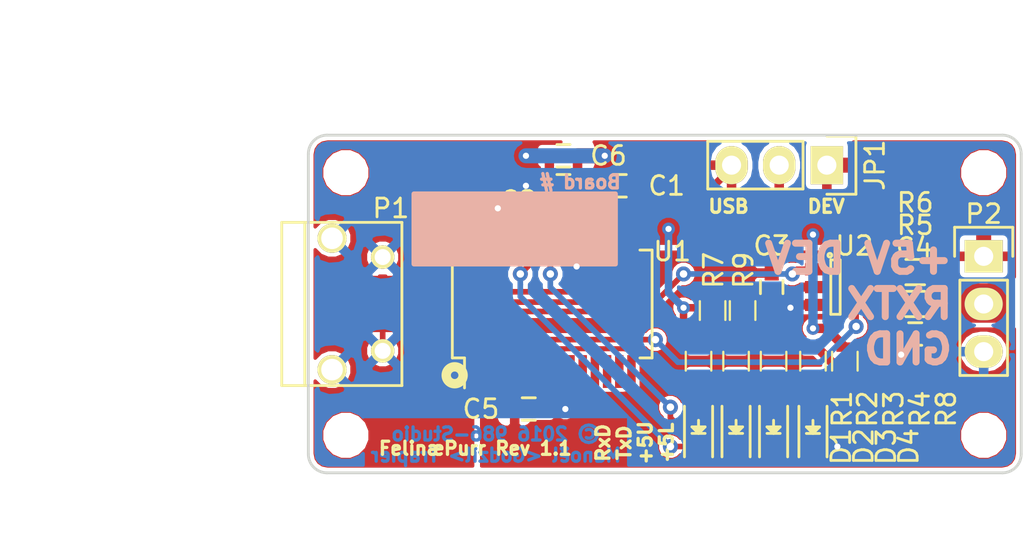
<source format=kicad_pcb>
(kicad_pcb (version 4) (host pcbnew "(2016-07-14 BZR 6980)-product")

  (general
    (links 52)
    (no_connects 17)
    (area 147.924999 79.924999 186.075001 98.075001)
    (thickness 1.6)
    (drawings 21)
    (tracks 173)
    (zones 0)
    (modules 28)
    (nets 35)
  )

  (page A4)
  (layers
    (0 F.Cu signal)
    (31 B.Cu signal)
    (32 B.Adhes user)
    (33 F.Adhes user)
    (34 B.Paste user)
    (35 F.Paste user)
    (36 B.SilkS user)
    (37 F.SilkS user)
    (38 B.Mask user)
    (39 F.Mask user)
    (40 Dwgs.User user)
    (41 Cmts.User user)
    (42 Eco1.User user)
    (43 Eco2.User user hide)
    (44 Edge.Cuts user)
    (45 Margin user)
    (46 B.CrtYd user)
    (47 F.CrtYd user)
    (48 B.Fab user hide)
    (49 F.Fab user hide)
  )

  (setup
    (last_trace_width 0.1524)
    (user_trace_width 0.3)
    (user_trace_width 0.4)
    (user_trace_width 0.5)
    (user_trace_width 0.6)
    (user_trace_width 0.7)
    (user_trace_width 0.8)
    (trace_clearance 0.1524)
    (zone_clearance 0.2)
    (zone_45_only no)
    (trace_min 0.1524)
    (segment_width 0.2)
    (edge_width 0.15)
    (via_size 0.6858)
    (via_drill 0.3302)
    (via_min_size 0.6858)
    (via_min_drill 0.3302)
    (uvia_size 0.3)
    (uvia_drill 0.1)
    (uvias_allowed no)
    (uvia_min_size 0)
    (uvia_min_drill 0)
    (pcb_text_width 0.3)
    (pcb_text_size 1.5 1.5)
    (mod_edge_width 0.15)
    (mod_text_size 1 1)
    (mod_text_width 0.15)
    (pad_size 1.55 1.55)
    (pad_drill 1.15)
    (pad_to_mask_clearance 0)
    (aux_axis_origin 0 0)
    (visible_elements FFFFFF7F)
    (pcbplotparams
      (layerselection 0x010f0_ffffffff)
      (usegerberextensions true)
      (excludeedgelayer true)
      (linewidth 0.150000)
      (plotframeref false)
      (viasonmask false)
      (mode 1)
      (useauxorigin false)
      (hpglpennumber 1)
      (hpglpenspeed 20)
      (hpglpendiameter 15)
      (psnegative false)
      (psa4output false)
      (plotreference true)
      (plotvalue true)
      (plotinvisibletext false)
      (padsonsilk false)
      (subtractmaskfromsilk true)
      (outputformat 1)
      (mirror false)
      (drillshape 0)
      (scaleselection 1)
      (outputdirectory Gerbers/))
  )

  (net 0 "")
  (net 1 "Net-(C1-Pad1)")
  (net 2 GND)
  (net 3 +5VD)
  (net 4 +5V)
  (net 5 /RXTXout)
  (net 6 "Net-(D1-Pad2)")
  (net 7 "Net-(D1-Pad1)")
  (net 8 "Net-(D2-Pad2)")
  (net 9 "Net-(D2-Pad1)")
  (net 10 "Net-(D3-Pad2)")
  (net 11 +5VL)
  (net 12 "Net-(P1-Pad4)")
  (net 13 "Net-(D4-Pad2)")
  (net 14 /RXTX)
  (net 15 /TxD)
  (net 16 "Net-(U1-Pad2)")
  (net 17 "Net-(U1-Pad3)")
  (net 18 "Net-(U1-Pad6)")
  (net 19 "Net-(U1-Pad8)")
  (net 20 "Net-(U1-Pad9)")
  (net 21 "Net-(U1-Pad10)")
  (net 22 "Net-(U1-Pad11)")
  (net 23 "Net-(U1-Pad12)")
  (net 24 "Net-(U1-Pad13)")
  (net 25 "Net-(U1-Pad14)")
  (net 26 "Net-(U1-Pad19)")
  (net 27 "Net-(U1-Pad24)")
  (net 28 "Net-(U1-Pad27)")
  (net 29 "Net-(U1-Pad28)")
  (net 30 /Dp)
  (net 31 /Dm)
  (net 32 "Net-(R2-Pad1)")
  (net 33 "Net-(R4-Pad1)")
  (net 34 "Net-(R3-Pad1)")

  (net_class Default "This is the default net class."
    (clearance 0.1524)
    (trace_width 0.1524)
    (via_dia 0.6858)
    (via_drill 0.3302)
    (uvia_dia 0.3)
    (uvia_drill 0.1)
    (add_net /Dm)
    (add_net /Dp)
    (add_net "Net-(R2-Pad1)")
    (add_net "Net-(R3-Pad1)")
    (add_net "Net-(R4-Pad1)")
  )

  (net_class Normal ""
    (clearance 0.1524)
    (trace_width 0.2)
    (via_dia 0.8)
    (via_drill 0.4)
    (uvia_dia 0.3)
    (uvia_drill 0.1)
    (add_net /RXTX)
    (add_net /RXTXout)
    (add_net /TxD)
    (add_net "Net-(C1-Pad1)")
    (add_net "Net-(D1-Pad1)")
    (add_net "Net-(D1-Pad2)")
    (add_net "Net-(D2-Pad1)")
    (add_net "Net-(D2-Pad2)")
    (add_net "Net-(D3-Pad2)")
    (add_net "Net-(D4-Pad2)")
    (add_net "Net-(P1-Pad4)")
    (add_net "Net-(U1-Pad10)")
    (add_net "Net-(U1-Pad11)")
    (add_net "Net-(U1-Pad12)")
    (add_net "Net-(U1-Pad13)")
    (add_net "Net-(U1-Pad14)")
    (add_net "Net-(U1-Pad19)")
    (add_net "Net-(U1-Pad2)")
    (add_net "Net-(U1-Pad24)")
    (add_net "Net-(U1-Pad27)")
    (add_net "Net-(U1-Pad28)")
    (add_net "Net-(U1-Pad3)")
    (add_net "Net-(U1-Pad6)")
    (add_net "Net-(U1-Pad8)")
    (add_net "Net-(U1-Pad9)")
  )

  (net_class Power ""
    (clearance 0.1524)
    (trace_width 0.25)
    (via_dia 0.6858)
    (via_drill 0.3302)
    (uvia_dia 0.3)
    (uvia_drill 0.1)
    (add_net +5V)
    (add_net +5VD)
    (add_net +5VL)
    (add_net GND)
  )

  (module PadsLib:2mmHole (layer F.Cu) (tedit 57891662) (tstamp 57895E53)
    (at 184 96)
    (fp_text reference REF** (at 0 2) (layer F.SilkS) hide
      (effects (font (size 1 1) (thickness 0.15)))
    )
    (fp_text value 2mmHole (at 0 -2) (layer F.Fab)
      (effects (font (size 1 1) (thickness 0.15)))
    )
    (pad "" np_thru_hole circle (at 0 0) (size 2 2) (drill 2) (layers *.Cu))
  )

  (module PadsLib:2mmHole (layer F.Cu) (tedit 57891662) (tstamp 57895E4F)
    (at 184 82)
    (fp_text reference REF** (at 0 2) (layer F.SilkS) hide
      (effects (font (size 1 1) (thickness 0.15)))
    )
    (fp_text value 2mmHole (at 0 -2) (layer F.Fab)
      (effects (font (size 1 1) (thickness 0.15)))
    )
    (pad "" np_thru_hole circle (at 0 0) (size 2 2) (drill 2) (layers *.Cu))
  )

  (module PadsLib:2mmHole (layer F.Cu) (tedit 57891662) (tstamp 57895E4B)
    (at 150 96)
    (fp_text reference REF** (at 0 2) (layer F.SilkS) hide
      (effects (font (size 1 1) (thickness 0.15)))
    )
    (fp_text value 2mmHole (at 0 -2) (layer F.Fab)
      (effects (font (size 1 1) (thickness 0.15)))
    )
    (pad "" np_thru_hole circle (at 0 0) (size 2 2) (drill 2) (layers *.Cu))
  )

  (module PadsLib:2mmHole (layer F.Cu) (tedit 57891662) (tstamp 57895E43)
    (at 150 82)
    (fp_text reference REF** (at 0 2) (layer F.SilkS) hide
      (effects (font (size 1 1) (thickness 0.15)))
    )
    (fp_text value 2mmHole (at 0 -2) (layer F.Fab)
      (effects (font (size 1 1) (thickness 0.15)))
    )
    (pad "" np_thru_hole circle (at 0 0) (size 2 2) (drill 2) (layers *.Cu))
  )

  (module Capacitors_SMD:C_0603 (layer F.Cu) (tedit 5415D631) (tstamp 57892645)
    (at 164.6 82.7 180)
    (descr "Capacitor SMD 0603, reflow soldering, AVX (see smccp.pdf)")
    (tags "capacitor 0603")
    (path /5788CDCA)
    (attr smd)
    (fp_text reference C1 (at -2.5 0 180) (layer F.SilkS)
      (effects (font (size 1 1) (thickness 0.15)))
    )
    (fp_text value 100n (at 0 1.9 180) (layer F.Fab)
      (effects (font (size 1 1) (thickness 0.15)))
    )
    (fp_line (start -1.45 -0.75) (end 1.45 -0.75) (layer F.CrtYd) (width 0.05))
    (fp_line (start -1.45 0.75) (end 1.45 0.75) (layer F.CrtYd) (width 0.05))
    (fp_line (start -1.45 -0.75) (end -1.45 0.75) (layer F.CrtYd) (width 0.05))
    (fp_line (start 1.45 -0.75) (end 1.45 0.75) (layer F.CrtYd) (width 0.05))
    (fp_line (start -0.35 -0.6) (end 0.35 -0.6) (layer F.SilkS) (width 0.15))
    (fp_line (start 0.35 0.6) (end -0.35 0.6) (layer F.SilkS) (width 0.15))
    (pad 1 smd rect (at -0.75 0 180) (size 0.8 0.75) (layers F.Cu F.Paste F.Mask)
      (net 1 "Net-(C1-Pad1)"))
    (pad 2 smd rect (at 0.75 0 180) (size 0.8 0.75) (layers F.Cu F.Paste F.Mask)
      (net 2 GND))
    (model Capacitors_SMD.3dshapes/C_0603.wrl
      (at (xyz 0 0 0))
      (scale (xyz 1 1 1))
      (rotate (xyz 0 0 0))
    )
  )

  (module Capacitors_SMD:C_0603 (layer F.Cu) (tedit 5415D631) (tstamp 57892651)
    (at 161.6 82.7 180)
    (descr "Capacitor SMD 0603, reflow soldering, AVX (see smccp.pdf)")
    (tags "capacitor 0603")
    (path /5788EC64)
    (attr smd)
    (fp_text reference C2 (at 2.4 -0.8 180) (layer F.SilkS)
      (effects (font (size 1 1) (thickness 0.15)))
    )
    (fp_text value 0.1u (at 0 1.9 180) (layer F.Fab)
      (effects (font (size 1 1) (thickness 0.15)))
    )
    (fp_line (start -1.45 -0.75) (end 1.45 -0.75) (layer F.CrtYd) (width 0.05))
    (fp_line (start -1.45 0.75) (end 1.45 0.75) (layer F.CrtYd) (width 0.05))
    (fp_line (start -1.45 -0.75) (end -1.45 0.75) (layer F.CrtYd) (width 0.05))
    (fp_line (start 1.45 -0.75) (end 1.45 0.75) (layer F.CrtYd) (width 0.05))
    (fp_line (start -0.35 -0.6) (end 0.35 -0.6) (layer F.SilkS) (width 0.15))
    (fp_line (start 0.35 0.6) (end -0.35 0.6) (layer F.SilkS) (width 0.15))
    (pad 1 smd rect (at -0.75 0 180) (size 0.8 0.75) (layers F.Cu F.Paste F.Mask)
      (net 3 +5VD))
    (pad 2 smd rect (at 0.75 0 180) (size 0.8 0.75) (layers F.Cu F.Paste F.Mask)
      (net 2 GND))
    (model Capacitors_SMD.3dshapes/C_0603.wrl
      (at (xyz 0 0 0))
      (scale (xyz 1 1 1))
      (rotate (xyz 0 0 0))
    )
  )

  (module Capacitors_SMD:C_0603 (layer F.Cu) (tedit 5415D631) (tstamp 5789265D)
    (at 172.7 88.1 270)
    (descr "Capacitor SMD 0603, reflow soldering, AVX (see smccp.pdf)")
    (tags "capacitor 0603")
    (path /5788C6C1)
    (attr smd)
    (fp_text reference C3 (at -2.2 0) (layer F.SilkS)
      (effects (font (size 1 1) (thickness 0.15)))
    )
    (fp_text value 0.1u (at 0 1.9 270) (layer F.Fab)
      (effects (font (size 1 1) (thickness 0.15)))
    )
    (fp_line (start -1.45 -0.75) (end 1.45 -0.75) (layer F.CrtYd) (width 0.05))
    (fp_line (start -1.45 0.75) (end 1.45 0.75) (layer F.CrtYd) (width 0.05))
    (fp_line (start -1.45 -0.75) (end -1.45 0.75) (layer F.CrtYd) (width 0.05))
    (fp_line (start 1.45 -0.75) (end 1.45 0.75) (layer F.CrtYd) (width 0.05))
    (fp_line (start -0.35 -0.6) (end 0.35 -0.6) (layer F.SilkS) (width 0.15))
    (fp_line (start 0.35 0.6) (end -0.35 0.6) (layer F.SilkS) (width 0.15))
    (pad 1 smd rect (at -0.75 0 270) (size 0.8 0.75) (layers F.Cu F.Paste F.Mask)
      (net 4 +5V))
    (pad 2 smd rect (at 0.75 0 270) (size 0.8 0.75) (layers F.Cu F.Paste F.Mask)
      (net 2 GND))
    (model Capacitors_SMD.3dshapes/C_0603.wrl
      (at (xyz 0 0 0))
      (scale (xyz 1 1 1))
      (rotate (xyz 0 0 0))
    )
  )

  (module Capacitors_SMD:C_0603 (layer F.Cu) (tedit 5788E3B2) (tstamp 57892669)
    (at 180.35 90.6 180)
    (descr "Capacitor SMD 0603, reflow soldering, AVX (see smccp.pdf)")
    (tags "capacitor 0603")
    (path /5788FCFD)
    (attr smd)
    (fp_text reference C4 (at 0.05 4.6 180) (layer F.SilkS)
      (effects (font (size 1 1) (thickness 0.15)))
    )
    (fp_text value 330p (at 0 1.9 180) (layer F.Fab)
      (effects (font (size 1 1) (thickness 0.15)))
    )
    (fp_line (start -1.45 -0.75) (end 1.45 -0.75) (layer F.CrtYd) (width 0.05))
    (fp_line (start -1.45 0.75) (end 1.45 0.75) (layer F.CrtYd) (width 0.05))
    (fp_line (start -1.45 -0.75) (end -1.45 0.75) (layer F.CrtYd) (width 0.05))
    (fp_line (start 1.45 -0.75) (end 1.45 0.75) (layer F.CrtYd) (width 0.05))
    (fp_line (start -0.35 -0.6) (end 0.35 -0.6) (layer F.SilkS) (width 0.15))
    (fp_line (start 0.35 0.6) (end -0.35 0.6) (layer F.SilkS) (width 0.15))
    (pad 1 smd rect (at -0.75 0 180) (size 0.8 0.75) (layers F.Cu F.Paste F.Mask)
      (net 5 /RXTXout) (zone_connect 2))
    (pad 2 smd rect (at 0.75 0 180) (size 0.8 0.75) (layers F.Cu F.Paste F.Mask)
      (net 2 GND))
    (model Capacitors_SMD.3dshapes/C_0603.wrl
      (at (xyz 0 0 0))
      (scale (xyz 1 1 1))
      (rotate (xyz 0 0 0))
    )
  )

  (module LEDs:LED-0805 (layer F.Cu) (tedit 55BDE1C2) (tstamp 5789267C)
    (at 168.8 95.54902 90)
    (descr "LED 0805 smd package")
    (tags "LED 0805 SMD")
    (path /5788D434)
    (attr smd)
    (fp_text reference D1 (at -1.05098 7.6 90) (layer F.SilkS)
      (effects (font (size 1 1) (thickness 0.15)))
    )
    (fp_text value Green (at 0 1.75 90) (layer F.Fab)
      (effects (font (size 1 1) (thickness 0.15)))
    )
    (fp_line (start -1.6 0.75) (end 1.1 0.75) (layer F.SilkS) (width 0.15))
    (fp_line (start -1.6 -0.75) (end 1.1 -0.75) (layer F.SilkS) (width 0.15))
    (fp_line (start -0.1 0.15) (end -0.1 -0.1) (layer F.SilkS) (width 0.15))
    (fp_line (start -0.1 -0.1) (end -0.25 0.05) (layer F.SilkS) (width 0.15))
    (fp_line (start -0.35 -0.35) (end -0.35 0.35) (layer F.SilkS) (width 0.15))
    (fp_line (start 0 0) (end 0.35 0) (layer F.SilkS) (width 0.15))
    (fp_line (start -0.35 0) (end 0 -0.35) (layer F.SilkS) (width 0.15))
    (fp_line (start 0 -0.35) (end 0 0.35) (layer F.SilkS) (width 0.15))
    (fp_line (start 0 0.35) (end -0.35 0) (layer F.SilkS) (width 0.15))
    (fp_line (start 1.9 -0.95) (end 1.9 0.95) (layer F.CrtYd) (width 0.05))
    (fp_line (start 1.9 0.95) (end -1.9 0.95) (layer F.CrtYd) (width 0.05))
    (fp_line (start -1.9 0.95) (end -1.9 -0.95) (layer F.CrtYd) (width 0.05))
    (fp_line (start -1.9 -0.95) (end 1.9 -0.95) (layer F.CrtYd) (width 0.05))
    (pad 2 smd rect (at 1.04902 0 270) (size 1.19888 1.19888) (layers F.Cu F.Paste F.Mask)
      (net 6 "Net-(D1-Pad2)"))
    (pad 1 smd rect (at -1.04902 0 270) (size 1.19888 1.19888) (layers F.Cu F.Paste F.Mask)
      (net 7 "Net-(D1-Pad1)"))
    (model LEDs.3dshapes/LED-0805.wrl
      (at (xyz 0 0 0))
      (scale (xyz 1 1 1))
      (rotate (xyz 0 0 0))
    )
  )

  (module LEDs:LED-0805 (layer F.Cu) (tedit 55BDE1C2) (tstamp 5789268F)
    (at 170.8 95.54902 90)
    (descr "LED 0805 smd package")
    (tags "LED 0805 SMD")
    (path /5788D49B)
    (attr smd)
    (fp_text reference D2 (at -1.05098 6.8 90) (layer F.SilkS)
      (effects (font (size 1 1) (thickness 0.15)))
    )
    (fp_text value Red (at 0 1.75 90) (layer F.Fab)
      (effects (font (size 1 1) (thickness 0.15)))
    )
    (fp_line (start -1.6 0.75) (end 1.1 0.75) (layer F.SilkS) (width 0.15))
    (fp_line (start -1.6 -0.75) (end 1.1 -0.75) (layer F.SilkS) (width 0.15))
    (fp_line (start -0.1 0.15) (end -0.1 -0.1) (layer F.SilkS) (width 0.15))
    (fp_line (start -0.1 -0.1) (end -0.25 0.05) (layer F.SilkS) (width 0.15))
    (fp_line (start -0.35 -0.35) (end -0.35 0.35) (layer F.SilkS) (width 0.15))
    (fp_line (start 0 0) (end 0.35 0) (layer F.SilkS) (width 0.15))
    (fp_line (start -0.35 0) (end 0 -0.35) (layer F.SilkS) (width 0.15))
    (fp_line (start 0 -0.35) (end 0 0.35) (layer F.SilkS) (width 0.15))
    (fp_line (start 0 0.35) (end -0.35 0) (layer F.SilkS) (width 0.15))
    (fp_line (start 1.9 -0.95) (end 1.9 0.95) (layer F.CrtYd) (width 0.05))
    (fp_line (start 1.9 0.95) (end -1.9 0.95) (layer F.CrtYd) (width 0.05))
    (fp_line (start -1.9 0.95) (end -1.9 -0.95) (layer F.CrtYd) (width 0.05))
    (fp_line (start -1.9 -0.95) (end 1.9 -0.95) (layer F.CrtYd) (width 0.05))
    (pad 2 smd rect (at 1.04902 0 270) (size 1.19888 1.19888) (layers F.Cu F.Paste F.Mask)
      (net 8 "Net-(D2-Pad2)"))
    (pad 1 smd rect (at -1.04902 0 270) (size 1.19888 1.19888) (layers F.Cu F.Paste F.Mask)
      (net 9 "Net-(D2-Pad1)"))
    (model LEDs.3dshapes/LED-0805.wrl
      (at (xyz 0 0 0))
      (scale (xyz 1 1 1))
      (rotate (xyz 0 0 0))
    )
  )

  (module LEDs:LED-0805 (layer F.Cu) (tedit 55BDE1C2) (tstamp 578926A2)
    (at 172.8 95.54902 90)
    (descr "LED 0805 smd package")
    (tags "LED 0805 SMD")
    (path /5788DACE)
    (attr smd)
    (fp_text reference D3 (at -1.05098 6 90) (layer F.SilkS)
      (effects (font (size 1 1) (thickness 0.15)))
    )
    (fp_text value Blue (at 0 1.75 90) (layer F.Fab)
      (effects (font (size 1 1) (thickness 0.15)))
    )
    (fp_line (start -1.6 0.75) (end 1.1 0.75) (layer F.SilkS) (width 0.15))
    (fp_line (start -1.6 -0.75) (end 1.1 -0.75) (layer F.SilkS) (width 0.15))
    (fp_line (start -0.1 0.15) (end -0.1 -0.1) (layer F.SilkS) (width 0.15))
    (fp_line (start -0.1 -0.1) (end -0.25 0.05) (layer F.SilkS) (width 0.15))
    (fp_line (start -0.35 -0.35) (end -0.35 0.35) (layer F.SilkS) (width 0.15))
    (fp_line (start 0 0) (end 0.35 0) (layer F.SilkS) (width 0.15))
    (fp_line (start -0.35 0) (end 0 -0.35) (layer F.SilkS) (width 0.15))
    (fp_line (start 0 -0.35) (end 0 0.35) (layer F.SilkS) (width 0.15))
    (fp_line (start 0 0.35) (end -0.35 0) (layer F.SilkS) (width 0.15))
    (fp_line (start 1.9 -0.95) (end 1.9 0.95) (layer F.CrtYd) (width 0.05))
    (fp_line (start 1.9 0.95) (end -1.9 0.95) (layer F.CrtYd) (width 0.05))
    (fp_line (start -1.9 0.95) (end -1.9 -0.95) (layer F.CrtYd) (width 0.05))
    (fp_line (start -1.9 -0.95) (end 1.9 -0.95) (layer F.CrtYd) (width 0.05))
    (pad 2 smd rect (at 1.04902 0 270) (size 1.19888 1.19888) (layers F.Cu F.Paste F.Mask)
      (net 10 "Net-(D3-Pad2)"))
    (pad 1 smd rect (at -1.04902 0 270) (size 1.19888 1.19888) (layers F.Cu F.Paste F.Mask)
      (net 2 GND))
    (model LEDs.3dshapes/LED-0805.wrl
      (at (xyz 0 0 0))
      (scale (xyz 1 1 1))
      (rotate (xyz 0 0 0))
    )
  )

  (module Pin_Headers:Pin_Header_Straight_1x03 (layer F.Cu) (tedit 0) (tstamp 578926B4)
    (at 175.64 81.6 270)
    (descr "Through hole pin header")
    (tags "pin header")
    (path /5788BF7C)
    (fp_text reference JP1 (at 0 -2.56 270) (layer F.SilkS)
      (effects (font (size 1 1) (thickness 0.15)))
    )
    (fp_text value JUMPER3 (at 0 -3.1 270) (layer F.Fab)
      (effects (font (size 1 1) (thickness 0.15)))
    )
    (fp_line (start -1.75 -1.75) (end -1.75 6.85) (layer F.CrtYd) (width 0.05))
    (fp_line (start 1.75 -1.75) (end 1.75 6.85) (layer F.CrtYd) (width 0.05))
    (fp_line (start -1.75 -1.75) (end 1.75 -1.75) (layer F.CrtYd) (width 0.05))
    (fp_line (start -1.75 6.85) (end 1.75 6.85) (layer F.CrtYd) (width 0.05))
    (fp_line (start -1.27 1.27) (end -1.27 6.35) (layer F.SilkS) (width 0.15))
    (fp_line (start -1.27 6.35) (end 1.27 6.35) (layer F.SilkS) (width 0.15))
    (fp_line (start 1.27 6.35) (end 1.27 1.27) (layer F.SilkS) (width 0.15))
    (fp_line (start 1.55 -1.55) (end 1.55 0) (layer F.SilkS) (width 0.15))
    (fp_line (start 1.27 1.27) (end -1.27 1.27) (layer F.SilkS) (width 0.15))
    (fp_line (start -1.55 0) (end -1.55 -1.55) (layer F.SilkS) (width 0.15))
    (fp_line (start -1.55 -1.55) (end 1.55 -1.55) (layer F.SilkS) (width 0.15))
    (pad 1 thru_hole rect (at 0 0 270) (size 2.032 1.7272) (drill 1.016) (layers *.Cu *.Mask F.SilkS)
      (net 11 +5VL))
    (pad 2 thru_hole oval (at 0 2.54 270) (size 2.032 1.7272) (drill 1.016) (layers *.Cu *.Mask F.SilkS)
      (net 4 +5V))
    (pad 3 thru_hole oval (at 0 5.08 270) (size 2.032 1.7272) (drill 1.016) (layers *.Cu *.Mask F.SilkS)
      (net 3 +5VD))
    (model Pin_Headers.3dshapes/Pin_Header_Straight_1x03.wrl
      (at (xyz 0 -0.1 0))
      (scale (xyz 1 1 1))
      (rotate (xyz 0 0 90))
    )
  )

  (module Connect:USB_Micro-B (layer F.Cu) (tedit 57891A2B) (tstamp 578926CA)
    (at 150.4 89 270)
    (descr "Micro USB Type B Receptacle")
    (tags "USB USB_B USB_micro USB_OTG")
    (path /5788BE50)
    (attr smd)
    (fp_text reference P1 (at -5.1 -2) (layer F.SilkS)
      (effects (font (size 1 1) (thickness 0.15)))
    )
    (fp_text value USB_OTG (at 0 4.8 270) (layer F.Fab)
      (effects (font (size 1 1) (thickness 0.15)))
    )
    (fp_line (start -4.6 -2.8) (end 4.6 -2.8) (layer F.CrtYd) (width 0.05))
    (fp_line (start 4.6 -2.8) (end 4.6 4.05) (layer F.CrtYd) (width 0.05))
    (fp_line (start 4.6 4.05) (end -4.6 4.05) (layer F.CrtYd) (width 0.05))
    (fp_line (start -4.6 4.05) (end -4.6 -2.8) (layer F.CrtYd) (width 0.05))
    (fp_line (start -4.3509 3.81746) (end 4.3491 3.81746) (layer F.SilkS) (width 0.15))
    (fp_line (start -4.3509 -2.58754) (end 4.3491 -2.58754) (layer F.SilkS) (width 0.15))
    (fp_line (start 4.3491 -2.58754) (end 4.3491 3.81746) (layer F.SilkS) (width 0.15))
    (fp_line (start 4.3491 2.58746) (end -4.3509 2.58746) (layer F.SilkS) (width 0.15))
    (fp_line (start -4.3509 3.81746) (end -4.3509 -2.58754) (layer F.SilkS) (width 0.15))
    (pad 1 smd rect (at -1.3009 -1.56254) (size 1.35 0.4) (layers F.Cu F.Paste F.Mask)
      (net 3 +5VD))
    (pad 2 smd rect (at -0.6509 -1.56254) (size 1.35 0.4) (layers F.Cu F.Paste F.Mask)
      (net 31 /Dm))
    (pad 3 smd rect (at -0.0009 -1.56254) (size 1.35 0.4) (layers F.Cu F.Paste F.Mask)
      (net 30 /Dp))
    (pad 4 smd rect (at 0.6491 -1.56254) (size 1.35 0.4) (layers F.Cu F.Paste F.Mask)
      (net 12 "Net-(P1-Pad4)"))
    (pad 5 smd rect (at 1.2991 -1.56254) (size 1.35 0.4) (layers F.Cu F.Paste F.Mask)
      (net 2 GND))
    (pad 6 thru_hole circle (at -2.5009 -1.56254) (size 1.25 1.25) (drill 0.85) (layers *.Cu *.Mask F.SilkS)
      (net 2 GND))
    (pad 6 thru_hole circle (at 2.4991 -1.56254) (size 1.25 1.25) (drill 0.85) (layers *.Cu *.Mask F.SilkS)
      (net 2 GND))
    (pad 6 thru_hole circle (at -3.5009 1.13746) (size 1.55 1.55) (drill 1.15) (layers *.Cu *.Mask F.SilkS)
      (net 2 GND))
    (pad 6 thru_hole circle (at 3.4991 1.13746) (size 1.55 1.55) (drill 1.15) (layers *.Cu *.Mask F.SilkS)
      (net 2 GND))
  )

  (module Resistors_SMD:R_0603 (layer F.Cu) (tedit 5788E3AA) (tstamp 57892706)
    (at 180.35 89 180)
    (descr "Resistor SMD 0603, reflow soldering, Vishay (see dcrcw.pdf)")
    (tags "resistor 0603")
    (path /5788F6C0)
    (attr smd)
    (fp_text reference R5 (at 0 4.2 180) (layer F.SilkS)
      (effects (font (size 1 1) (thickness 0.15)))
    )
    (fp_text value 100 (at 0 1.9 180) (layer F.Fab)
      (effects (font (size 1 1) (thickness 0.15)))
    )
    (fp_line (start -1.3 -0.8) (end 1.3 -0.8) (layer F.CrtYd) (width 0.05))
    (fp_line (start -1.3 0.8) (end 1.3 0.8) (layer F.CrtYd) (width 0.05))
    (fp_line (start -1.3 -0.8) (end -1.3 0.8) (layer F.CrtYd) (width 0.05))
    (fp_line (start 1.3 -0.8) (end 1.3 0.8) (layer F.CrtYd) (width 0.05))
    (fp_line (start 0.5 0.675) (end -0.5 0.675) (layer F.SilkS) (width 0.15))
    (fp_line (start -0.5 -0.675) (end 0.5 -0.675) (layer F.SilkS) (width 0.15))
    (pad 1 smd rect (at -0.75 0 180) (size 0.5 0.9) (layers F.Cu F.Paste F.Mask)
      (net 5 /RXTXout) (zone_connect 2))
    (pad 2 smd rect (at 0.75 0 180) (size 0.5 0.9) (layers F.Cu F.Paste F.Mask)
      (net 14 /RXTX))
    (model Resistors_SMD.3dshapes/R_0603.wrl
      (at (xyz 0 0 0))
      (scale (xyz 1 1 1))
      (rotate (xyz 0 0 0))
    )
  )

  (module Resistors_SMD:R_0603 (layer F.Cu) (tedit 5788E39F) (tstamp 57892712)
    (at 180.35 87.3)
    (descr "Resistor SMD 0603, reflow soldering, Vishay (see dcrcw.pdf)")
    (tags "resistor 0603")
    (path /5788FB48)
    (attr smd)
    (fp_text reference R6 (at 0 -3.7) (layer F.SilkS)
      (effects (font (size 1 1) (thickness 0.15)))
    )
    (fp_text value 18K (at 0 1.9) (layer F.Fab)
      (effects (font (size 1 1) (thickness 0.15)))
    )
    (fp_line (start -1.3 -0.8) (end 1.3 -0.8) (layer F.CrtYd) (width 0.05))
    (fp_line (start -1.3 0.8) (end 1.3 0.8) (layer F.CrtYd) (width 0.05))
    (fp_line (start -1.3 -0.8) (end -1.3 0.8) (layer F.CrtYd) (width 0.05))
    (fp_line (start 1.3 -0.8) (end 1.3 0.8) (layer F.CrtYd) (width 0.05))
    (fp_line (start 0.5 0.675) (end -0.5 0.675) (layer F.SilkS) (width 0.15))
    (fp_line (start -0.5 -0.675) (end 0.5 -0.675) (layer F.SilkS) (width 0.15))
    (pad 1 smd rect (at -0.75 0) (size 0.5 0.9) (layers F.Cu F.Paste F.Mask)
      (net 4 +5V))
    (pad 2 smd rect (at 0.75 0) (size 0.5 0.9) (layers F.Cu F.Paste F.Mask)
      (net 5 /RXTXout) (zone_connect 2))
    (model Resistors_SMD.3dshapes/R_0603.wrl
      (at (xyz 0 0 0))
      (scale (xyz 1 1 1))
      (rotate (xyz 0 0 0))
    )
  )

  (module Housings_SSOP:SSOP-28_5.3x10.2mm_Pitch0.65mm (layer F.Cu) (tedit 54130A77) (tstamp 5789273D)
    (at 161 89 90)
    (descr "28-Lead Plastic Shrink Small Outline (SS)-5.30 mm Body [SSOP] (see Microchip Packaging Specification 00000049BS.pdf)")
    (tags "SSOP 0.65")
    (path /5788C982)
    (attr smd)
    (fp_text reference U1 (at 2.8 6.4 180) (layer F.SilkS)
      (effects (font (size 1 1) (thickness 0.15)))
    )
    (fp_text value FT232RL (at 0 6.25 90) (layer F.Fab)
      (effects (font (size 1 1) (thickness 0.15)))
    )
    (fp_line (start -4.75 -5.5) (end -4.75 5.5) (layer F.CrtYd) (width 0.05))
    (fp_line (start 4.75 -5.5) (end 4.75 5.5) (layer F.CrtYd) (width 0.05))
    (fp_line (start -4.75 -5.5) (end 4.75 -5.5) (layer F.CrtYd) (width 0.05))
    (fp_line (start -4.75 5.5) (end 4.75 5.5) (layer F.CrtYd) (width 0.05))
    (fp_line (start -2.875 -5.325) (end -2.875 -4.675) (layer F.SilkS) (width 0.15))
    (fp_line (start 2.875 -5.325) (end 2.875 -4.675) (layer F.SilkS) (width 0.15))
    (fp_line (start 2.875 5.325) (end 2.875 4.675) (layer F.SilkS) (width 0.15))
    (fp_line (start -2.875 5.325) (end -2.875 4.675) (layer F.SilkS) (width 0.15))
    (fp_line (start -2.875 -5.325) (end 2.875 -5.325) (layer F.SilkS) (width 0.15))
    (fp_line (start -2.875 5.325) (end 2.875 5.325) (layer F.SilkS) (width 0.15))
    (fp_line (start -2.875 -4.675) (end -4.475 -4.675) (layer F.SilkS) (width 0.15))
    (pad 1 smd rect (at -3.6 -4.225 90) (size 1.75 0.45) (layers F.Cu F.Paste F.Mask)
      (net 15 /TxD))
    (pad 2 smd rect (at -3.6 -3.575 90) (size 1.75 0.45) (layers F.Cu F.Paste F.Mask)
      (net 16 "Net-(U1-Pad2)"))
    (pad 3 smd rect (at -3.6 -2.925 90) (size 1.75 0.45) (layers F.Cu F.Paste F.Mask)
      (net 17 "Net-(U1-Pad3)"))
    (pad 4 smd rect (at -3.6 -2.275 90) (size 1.75 0.45) (layers F.Cu F.Paste F.Mask)
      (net 4 +5V))
    (pad 5 smd rect (at -3.6 -1.625 90) (size 1.75 0.45) (layers F.Cu F.Paste F.Mask)
      (net 14 /RXTX))
    (pad 6 smd rect (at -3.6 -0.975 90) (size 1.75 0.45) (layers F.Cu F.Paste F.Mask)
      (net 18 "Net-(U1-Pad6)"))
    (pad 7 smd rect (at -3.6 -0.325 90) (size 1.75 0.45) (layers F.Cu F.Paste F.Mask)
      (net 2 GND))
    (pad 8 smd rect (at -3.6 0.325 90) (size 1.75 0.45) (layers F.Cu F.Paste F.Mask)
      (net 19 "Net-(U1-Pad8)"))
    (pad 9 smd rect (at -3.6 0.975 90) (size 1.75 0.45) (layers F.Cu F.Paste F.Mask)
      (net 20 "Net-(U1-Pad9)"))
    (pad 10 smd rect (at -3.6 1.625 90) (size 1.75 0.45) (layers F.Cu F.Paste F.Mask)
      (net 21 "Net-(U1-Pad10)"))
    (pad 11 smd rect (at -3.6 2.275 90) (size 1.75 0.45) (layers F.Cu F.Paste F.Mask)
      (net 22 "Net-(U1-Pad11)"))
    (pad 12 smd rect (at -3.6 2.925 90) (size 1.75 0.45) (layers F.Cu F.Paste F.Mask)
      (net 23 "Net-(U1-Pad12)"))
    (pad 13 smd rect (at -3.6 3.575 90) (size 1.75 0.45) (layers F.Cu F.Paste F.Mask)
      (net 24 "Net-(U1-Pad13)"))
    (pad 14 smd rect (at -3.6 4.225 90) (size 1.75 0.45) (layers F.Cu F.Paste F.Mask)
      (net 25 "Net-(U1-Pad14)"))
    (pad 15 smd rect (at 3.6 4.225 90) (size 1.75 0.45) (layers F.Cu F.Paste F.Mask)
      (net 30 /Dp))
    (pad 16 smd rect (at 3.6 3.575 90) (size 1.75 0.45) (layers F.Cu F.Paste F.Mask)
      (net 31 /Dm))
    (pad 17 smd rect (at 3.6 2.925 90) (size 1.75 0.45) (layers F.Cu F.Paste F.Mask)
      (net 1 "Net-(C1-Pad1)"))
    (pad 18 smd rect (at 3.6 2.275 90) (size 1.75 0.45) (layers F.Cu F.Paste F.Mask)
      (net 2 GND))
    (pad 19 smd rect (at 3.6 1.625 90) (size 1.75 0.45) (layers F.Cu F.Paste F.Mask)
      (net 26 "Net-(U1-Pad19)"))
    (pad 20 smd rect (at 3.6 0.975 90) (size 1.75 0.45) (layers F.Cu F.Paste F.Mask)
      (net 3 +5VD))
    (pad 21 smd rect (at 3.6 0.325 90) (size 1.75 0.45) (layers F.Cu F.Paste F.Mask)
      (net 2 GND))
    (pad 22 smd rect (at 3.6 -0.325 90) (size 1.75 0.45) (layers F.Cu F.Paste F.Mask)
      (net 9 "Net-(D2-Pad1)"))
    (pad 23 smd rect (at 3.6 -0.975 90) (size 1.75 0.45) (layers F.Cu F.Paste F.Mask)
      (net 7 "Net-(D1-Pad1)"))
    (pad 24 smd rect (at 3.6 -1.625 90) (size 1.75 0.45) (layers F.Cu F.Paste F.Mask)
      (net 27 "Net-(U1-Pad24)"))
    (pad 25 smd rect (at 3.6 -2.275 90) (size 1.75 0.45) (layers F.Cu F.Paste F.Mask)
      (net 2 GND))
    (pad 26 smd rect (at 3.6 -2.925 90) (size 1.75 0.45) (layers F.Cu F.Paste F.Mask)
      (net 2 GND))
    (pad 27 smd rect (at 3.6 -3.575 90) (size 1.75 0.45) (layers F.Cu F.Paste F.Mask)
      (net 28 "Net-(U1-Pad27)"))
    (pad 28 smd rect (at 3.6 -4.225 90) (size 1.75 0.45) (layers F.Cu F.Paste F.Mask)
      (net 29 "Net-(U1-Pad28)"))
    (model Housings_SSOP.3dshapes/SSOP-28_5.3x10.2mm_Pitch0.65mm.wrl
      (at (xyz 0 0 0))
      (scale (xyz 1 1 1))
      (rotate (xyz 0 0 0))
    )
  )

  (module TO_SOT_Packages_SMD:SOT-23-5 (layer F.Cu) (tedit 55360473) (tstamp 5789274F)
    (at 176.1 88.1)
    (descr "5-pin SOT23 package")
    (tags SOT-23-5)
    (path /58FCCB54)
    (attr smd)
    (fp_text reference U2 (at 1 -2.2) (layer F.SilkS)
      (effects (font (size 1 1) (thickness 0.15)))
    )
    (fp_text value SN74LVC1G125-Q1 (at -0.05 2.35) (layer F.Fab)
      (effects (font (size 1 1) (thickness 0.15)))
    )
    (fp_line (start -1.8 -1.6) (end 1.8 -1.6) (layer F.CrtYd) (width 0.05))
    (fp_line (start 1.8 -1.6) (end 1.8 1.6) (layer F.CrtYd) (width 0.05))
    (fp_line (start 1.8 1.6) (end -1.8 1.6) (layer F.CrtYd) (width 0.05))
    (fp_line (start -1.8 1.6) (end -1.8 -1.6) (layer F.CrtYd) (width 0.05))
    (fp_circle (center -0.3 -1.7) (end -0.2 -1.7) (layer F.SilkS) (width 0.15))
    (fp_line (start 0.25 -1.45) (end -0.25 -1.45) (layer F.SilkS) (width 0.15))
    (fp_line (start 0.25 1.45) (end 0.25 -1.45) (layer F.SilkS) (width 0.15))
    (fp_line (start -0.25 1.45) (end 0.25 1.45) (layer F.SilkS) (width 0.15))
    (fp_line (start -0.25 -1.45) (end -0.25 1.45) (layer F.SilkS) (width 0.15))
    (pad 1 smd rect (at -1.1 -0.95) (size 1.06 0.65) (layers F.Cu F.Paste F.Mask)
      (net 15 /TxD))
    (pad 2 smd rect (at -1.1 0) (size 1.06 0.65) (layers F.Cu F.Paste F.Mask)
      (net 4 +5V))
    (pad 3 smd rect (at -1.1 0.95) (size 1.06 0.65) (layers F.Cu F.Paste F.Mask)
      (net 2 GND))
    (pad 4 smd rect (at 1.1 0.95) (size 1.06 0.65) (layers F.Cu F.Paste F.Mask)
      (net 14 /RXTX))
    (pad 5 smd rect (at 1.1 -0.95) (size 1.06 0.65) (layers F.Cu F.Paste F.Mask)
      (net 4 +5V))
    (model TO_SOT_Packages_SMD.3dshapes/SOT-23-5.wrl
      (at (xyz 0 0 0))
      (scale (xyz 1 1 1))
      (rotate (xyz 0 0 0))
    )
  )

  (module Pin_Headers:Pin_Header_Straight_1x03 (layer F.Cu) (tedit 5788E3B7) (tstamp 578A0167)
    (at 184 86.46)
    (descr "Through hole pin header")
    (tags "pin header")
    (path /5788BF2B)
    (fp_text reference P2 (at 0 -2.26) (layer F.SilkS)
      (effects (font (size 1 1) (thickness 0.15)))
    )
    (fp_text value JACK (at 0 -3.1) (layer F.Fab)
      (effects (font (size 1 1) (thickness 0.15)))
    )
    (fp_line (start -1.75 -1.75) (end -1.75 6.85) (layer F.CrtYd) (width 0.05))
    (fp_line (start 1.75 -1.75) (end 1.75 6.85) (layer F.CrtYd) (width 0.05))
    (fp_line (start -1.75 -1.75) (end 1.75 -1.75) (layer F.CrtYd) (width 0.05))
    (fp_line (start -1.75 6.85) (end 1.75 6.85) (layer F.CrtYd) (width 0.05))
    (fp_line (start -1.27 1.27) (end -1.27 6.35) (layer F.SilkS) (width 0.15))
    (fp_line (start -1.27 6.35) (end 1.27 6.35) (layer F.SilkS) (width 0.15))
    (fp_line (start 1.27 6.35) (end 1.27 1.27) (layer F.SilkS) (width 0.15))
    (fp_line (start 1.55 -1.55) (end 1.55 0) (layer F.SilkS) (width 0.15))
    (fp_line (start 1.27 1.27) (end -1.27 1.27) (layer F.SilkS) (width 0.15))
    (fp_line (start -1.55 0) (end -1.55 -1.55) (layer F.SilkS) (width 0.15))
    (fp_line (start -1.55 -1.55) (end 1.55 -1.55) (layer F.SilkS) (width 0.15))
    (pad 1 thru_hole rect (at 0 0) (size 2.032 1.7272) (drill 1.016) (layers *.Cu *.Mask F.SilkS)
      (net 11 +5VL))
    (pad 2 thru_hole oval (at 0 2.54) (size 2.032 1.7272) (drill 1.016) (layers *.Cu *.Mask F.SilkS)
      (net 5 /RXTXout) (zone_connect 2))
    (pad 3 thru_hole oval (at 0 5.08) (size 2.032 1.7272) (drill 1.016) (layers *.Cu *.Mask F.SilkS)
      (net 2 GND))
    (model Pin_Headers.3dshapes/Pin_Header_Straight_1x03.wrl
      (at (xyz 0 -0.1 0))
      (scale (xyz 1 1 1))
      (rotate (xyz 0 0 90))
    )
  )

  (module LEDs:LED-0805 (layer F.Cu) (tedit 55BDE1C2) (tstamp 578A0208)
    (at 174.9 95.55098 90)
    (descr "LED 0805 smd package")
    (tags "LED 0805 SMD")
    (path /5788DBDE)
    (attr smd)
    (fp_text reference D4 (at -1.04902 5.1 90) (layer F.SilkS)
      (effects (font (size 1 1) (thickness 0.15)))
    )
    (fp_text value Yellow (at 0 1.75 90) (layer F.Fab)
      (effects (font (size 1 1) (thickness 0.15)))
    )
    (fp_line (start -1.6 0.75) (end 1.1 0.75) (layer F.SilkS) (width 0.15))
    (fp_line (start -1.6 -0.75) (end 1.1 -0.75) (layer F.SilkS) (width 0.15))
    (fp_line (start -0.1 0.15) (end -0.1 -0.1) (layer F.SilkS) (width 0.15))
    (fp_line (start -0.1 -0.1) (end -0.25 0.05) (layer F.SilkS) (width 0.15))
    (fp_line (start -0.35 -0.35) (end -0.35 0.35) (layer F.SilkS) (width 0.15))
    (fp_line (start 0 0) (end 0.35 0) (layer F.SilkS) (width 0.15))
    (fp_line (start -0.35 0) (end 0 -0.35) (layer F.SilkS) (width 0.15))
    (fp_line (start 0 -0.35) (end 0 0.35) (layer F.SilkS) (width 0.15))
    (fp_line (start 0 0.35) (end -0.35 0) (layer F.SilkS) (width 0.15))
    (fp_line (start 1.9 -0.95) (end 1.9 0.95) (layer F.CrtYd) (width 0.05))
    (fp_line (start 1.9 0.95) (end -1.9 0.95) (layer F.CrtYd) (width 0.05))
    (fp_line (start -1.9 0.95) (end -1.9 -0.95) (layer F.CrtYd) (width 0.05))
    (fp_line (start -1.9 -0.95) (end 1.9 -0.95) (layer F.CrtYd) (width 0.05))
    (pad 2 smd rect (at 1.04902 0 270) (size 1.19888 1.19888) (layers F.Cu F.Paste F.Mask)
      (net 13 "Net-(D4-Pad2)"))
    (pad 1 smd rect (at -1.04902 0 270) (size 1.19888 1.19888) (layers F.Cu F.Paste F.Mask)
      (net 2 GND))
    (model LEDs.3dshapes/LED-0805.wrl
      (at (xyz 0 0 0))
      (scale (xyz 1 1 1))
      (rotate (xyz 0 0 0))
    )
  )

  (module Capacitors_SMD:C_0603 (layer F.Cu) (tedit 5415D631) (tstamp 57890D30)
    (at 159.75 94.6)
    (descr "Capacitor SMD 0603, reflow soldering, AVX (see smccp.pdf)")
    (tags "capacitor 0603")
    (path /5789190D)
    (attr smd)
    (fp_text reference C5 (at -2.55 0) (layer F.SilkS)
      (effects (font (size 1 1) (thickness 0.15)))
    )
    (fp_text value 100n (at 0 1.9) (layer F.Fab)
      (effects (font (size 1 1) (thickness 0.15)))
    )
    (fp_line (start -1.45 -0.75) (end 1.45 -0.75) (layer F.CrtYd) (width 0.05))
    (fp_line (start -1.45 0.75) (end 1.45 0.75) (layer F.CrtYd) (width 0.05))
    (fp_line (start -1.45 -0.75) (end -1.45 0.75) (layer F.CrtYd) (width 0.05))
    (fp_line (start 1.45 -0.75) (end 1.45 0.75) (layer F.CrtYd) (width 0.05))
    (fp_line (start -0.35 -0.6) (end 0.35 -0.6) (layer F.SilkS) (width 0.15))
    (fp_line (start 0.35 0.6) (end -0.35 0.6) (layer F.SilkS) (width 0.15))
    (pad 1 smd rect (at -0.75 0) (size 0.8 0.75) (layers F.Cu F.Paste F.Mask)
      (net 4 +5V))
    (pad 2 smd rect (at 0.75 0) (size 0.8 0.75) (layers F.Cu F.Paste F.Mask)
      (net 2 GND))
    (model Capacitors_SMD.3dshapes/C_0603.wrl
      (at (xyz 0 0 0))
      (scale (xyz 1 1 1))
      (rotate (xyz 0 0 0))
    )
  )

  (module Capacitors_SMD:C_0603 (layer F.Cu) (tedit 5415D631) (tstamp 57890D52)
    (at 161.6 81.1 180)
    (descr "Capacitor SMD 0603, reflow soldering, AVX (see smccp.pdf)")
    (tags "capacitor 0603")
    (path /57890719)
    (attr smd)
    (fp_text reference C6 (at -2.4 0 180) (layer F.SilkS)
      (effects (font (size 1 1) (thickness 0.15)))
    )
    (fp_text value 4.7u (at 0 1.9 180) (layer F.Fab)
      (effects (font (size 1 1) (thickness 0.15)))
    )
    (fp_line (start -1.45 -0.75) (end 1.45 -0.75) (layer F.CrtYd) (width 0.05))
    (fp_line (start -1.45 0.75) (end 1.45 0.75) (layer F.CrtYd) (width 0.05))
    (fp_line (start -1.45 -0.75) (end -1.45 0.75) (layer F.CrtYd) (width 0.05))
    (fp_line (start 1.45 -0.75) (end 1.45 0.75) (layer F.CrtYd) (width 0.05))
    (fp_line (start -0.35 -0.6) (end 0.35 -0.6) (layer F.SilkS) (width 0.15))
    (fp_line (start 0.35 0.6) (end -0.35 0.6) (layer F.SilkS) (width 0.15))
    (pad 1 smd rect (at -0.75 0 180) (size 0.8 0.75) (layers F.Cu F.Paste F.Mask)
      (net 3 +5VD))
    (pad 2 smd rect (at 0.75 0 180) (size 0.8 0.75) (layers F.Cu F.Paste F.Mask)
      (net 2 GND))
    (model Capacitors_SMD.3dshapes/C_0603.wrl
      (at (xyz 0 0 0))
      (scale (xyz 1 1 1))
      (rotate (xyz 0 0 0))
    )
  )

  (module Resistors_SMD:R_0603 (layer F.Cu) (tedit 58E0A804) (tstamp 58FCCEE5)
    (at 171.15 89.35 270)
    (descr "Resistor SMD 0603, reflow soldering, Vishay (see dcrcw.pdf)")
    (tags "resistor 0603")
    (path /58FCD045)
    (attr smd)
    (fp_text reference R9 (at -2.15 -0.05 270) (layer F.SilkS)
      (effects (font (size 1 1) (thickness 0.15)))
    )
    (fp_text value 100 (at 0 1.5 270) (layer F.Fab)
      (effects (font (size 1 1) (thickness 0.15)))
    )
    (fp_text user %R (at 0 0 270) (layer F.Fab)
      (effects (font (size 0.5 0.5) (thickness 0.075)))
    )
    (fp_line (start -0.8 0.4) (end -0.8 -0.4) (layer F.Fab) (width 0.1))
    (fp_line (start 0.8 0.4) (end -0.8 0.4) (layer F.Fab) (width 0.1))
    (fp_line (start 0.8 -0.4) (end 0.8 0.4) (layer F.Fab) (width 0.1))
    (fp_line (start -0.8 -0.4) (end 0.8 -0.4) (layer F.Fab) (width 0.1))
    (fp_line (start 0.5 0.68) (end -0.5 0.68) (layer F.SilkS) (width 0.12))
    (fp_line (start -0.5 -0.68) (end 0.5 -0.68) (layer F.SilkS) (width 0.12))
    (fp_line (start -1.25 -0.7) (end 1.25 -0.7) (layer F.CrtYd) (width 0.05))
    (fp_line (start -1.25 -0.7) (end -1.25 0.7) (layer F.CrtYd) (width 0.05))
    (fp_line (start 1.25 0.7) (end 1.25 -0.7) (layer F.CrtYd) (width 0.05))
    (fp_line (start 1.25 0.7) (end -1.25 0.7) (layer F.CrtYd) (width 0.05))
    (pad 1 smd rect (at -0.75 0 270) (size 0.5 0.9) (layers F.Cu F.Paste F.Mask)
      (net 3 +5VD))
    (pad 2 smd rect (at 0.75 0 270) (size 0.5 0.9) (layers F.Cu F.Paste F.Mask)
      (net 34 "Net-(R3-Pad1)"))
    (model ${KISYS3DMOD}/Resistors_SMD.3dshapes/R_0603.wrl
      (at (xyz 0 0 0))
      (scale (xyz 1 1 1))
      (rotate (xyz 0 0 0))
    )
  )

  (module Resistors_SMD:R_0603 (layer F.Cu) (tedit 58E0A804) (tstamp 57895473)
    (at 169.55 89.35 270)
    (descr "Resistor SMD 0603, reflow soldering, Vishay (see dcrcw.pdf)")
    (tags "resistor 0603")
    (path /578954EA)
    (attr smd)
    (fp_text reference R7 (at -2.15 -0.05 270) (layer F.SilkS)
      (effects (font (size 1 1) (thickness 0.15)))
    )
    (fp_text value 100 (at 0 1.5 270) (layer F.Fab)
      (effects (font (size 1 1) (thickness 0.15)))
    )
    (fp_text user %R (at 0 0 270) (layer F.Fab)
      (effects (font (size 0.5 0.5) (thickness 0.075)))
    )
    (fp_line (start -0.8 0.4) (end -0.8 -0.4) (layer F.Fab) (width 0.1))
    (fp_line (start 0.8 0.4) (end -0.8 0.4) (layer F.Fab) (width 0.1))
    (fp_line (start 0.8 -0.4) (end 0.8 0.4) (layer F.Fab) (width 0.1))
    (fp_line (start -0.8 -0.4) (end 0.8 -0.4) (layer F.Fab) (width 0.1))
    (fp_line (start 0.5 0.68) (end -0.5 0.68) (layer F.SilkS) (width 0.12))
    (fp_line (start -0.5 -0.68) (end 0.5 -0.68) (layer F.SilkS) (width 0.12))
    (fp_line (start -1.25 -0.7) (end 1.25 -0.7) (layer F.CrtYd) (width 0.05))
    (fp_line (start -1.25 -0.7) (end -1.25 0.7) (layer F.CrtYd) (width 0.05))
    (fp_line (start 1.25 0.7) (end 1.25 -0.7) (layer F.CrtYd) (width 0.05))
    (fp_line (start 1.25 0.7) (end -1.25 0.7) (layer F.CrtYd) (width 0.05))
    (pad 1 smd rect (at -0.75 0 270) (size 0.5 0.9) (layers F.Cu F.Paste F.Mask)
      (net 3 +5VD))
    (pad 2 smd rect (at 0.75 0 270) (size 0.5 0.9) (layers F.Cu F.Paste F.Mask)
      (net 32 "Net-(R2-Pad1)"))
    (model ${KISYS3DMOD}/Resistors_SMD.3dshapes/R_0603.wrl
      (at (xyz 0 0 0))
      (scale (xyz 1 1 1))
      (rotate (xyz 0 0 0))
    )
  )

  (module Resistors_SMD:R_0603 (layer F.Cu) (tedit 58E0A804) (tstamp 578926D6)
    (at 168.8 92.05 270)
    (descr "Resistor SMD 0603, reflow soldering, Vishay (see dcrcw.pdf)")
    (tags "resistor 0603")
    (path /5788D4FB)
    (attr smd)
    (fp_text reference R1 (at 2.55 -7.65 270) (layer F.SilkS)
      (effects (font (size 1 1) (thickness 0.15)))
    )
    (fp_text value 100 (at 0 1.5 270) (layer F.Fab)
      (effects (font (size 1 1) (thickness 0.15)))
    )
    (fp_text user %R (at 0 0 270) (layer F.Fab)
      (effects (font (size 0.5 0.5) (thickness 0.075)))
    )
    (fp_line (start -0.8 0.4) (end -0.8 -0.4) (layer F.Fab) (width 0.1))
    (fp_line (start 0.8 0.4) (end -0.8 0.4) (layer F.Fab) (width 0.1))
    (fp_line (start 0.8 -0.4) (end 0.8 0.4) (layer F.Fab) (width 0.1))
    (fp_line (start -0.8 -0.4) (end 0.8 -0.4) (layer F.Fab) (width 0.1))
    (fp_line (start 0.5 0.68) (end -0.5 0.68) (layer F.SilkS) (width 0.12))
    (fp_line (start -0.5 -0.68) (end 0.5 -0.68) (layer F.SilkS) (width 0.12))
    (fp_line (start -1.25 -0.7) (end 1.25 -0.7) (layer F.CrtYd) (width 0.05))
    (fp_line (start -1.25 -0.7) (end -1.25 0.7) (layer F.CrtYd) (width 0.05))
    (fp_line (start 1.25 0.7) (end 1.25 -0.7) (layer F.CrtYd) (width 0.05))
    (fp_line (start 1.25 0.7) (end -1.25 0.7) (layer F.CrtYd) (width 0.05))
    (pad 1 smd rect (at -0.75 0 270) (size 0.5 0.9) (layers F.Cu F.Paste F.Mask)
      (net 3 +5VD))
    (pad 2 smd rect (at 0.75 0 270) (size 0.5 0.9) (layers F.Cu F.Paste F.Mask)
      (net 6 "Net-(D1-Pad2)"))
    (model ${KISYS3DMOD}/Resistors_SMD.3dshapes/R_0603.wrl
      (at (xyz 0 0 0))
      (scale (xyz 1 1 1))
      (rotate (xyz 0 0 0))
    )
  )

  (module Resistors_SMD:R_0603 (layer F.Cu) (tedit 58E0A804) (tstamp 578926E2)
    (at 170.8 92.05 270)
    (descr "Resistor SMD 0603, reflow soldering, Vishay (see dcrcw.pdf)")
    (tags "resistor 0603")
    (path /5788D537)
    (attr smd)
    (fp_text reference R2 (at 2.55 -7 270) (layer F.SilkS)
      (effects (font (size 1 1) (thickness 0.15)))
    )
    (fp_text value 100 (at 0 1.5 270) (layer F.Fab)
      (effects (font (size 1 1) (thickness 0.15)))
    )
    (fp_text user %R (at 0 0 270) (layer F.Fab)
      (effects (font (size 0.5 0.5) (thickness 0.075)))
    )
    (fp_line (start -0.8 0.4) (end -0.8 -0.4) (layer F.Fab) (width 0.1))
    (fp_line (start 0.8 0.4) (end -0.8 0.4) (layer F.Fab) (width 0.1))
    (fp_line (start 0.8 -0.4) (end 0.8 0.4) (layer F.Fab) (width 0.1))
    (fp_line (start -0.8 -0.4) (end 0.8 -0.4) (layer F.Fab) (width 0.1))
    (fp_line (start 0.5 0.68) (end -0.5 0.68) (layer F.SilkS) (width 0.12))
    (fp_line (start -0.5 -0.68) (end 0.5 -0.68) (layer F.SilkS) (width 0.12))
    (fp_line (start -1.25 -0.7) (end 1.25 -0.7) (layer F.CrtYd) (width 0.05))
    (fp_line (start -1.25 -0.7) (end -1.25 0.7) (layer F.CrtYd) (width 0.05))
    (fp_line (start 1.25 0.7) (end 1.25 -0.7) (layer F.CrtYd) (width 0.05))
    (fp_line (start 1.25 0.7) (end -1.25 0.7) (layer F.CrtYd) (width 0.05))
    (pad 1 smd rect (at -0.75 0 270) (size 0.5 0.9) (layers F.Cu F.Paste F.Mask)
      (net 32 "Net-(R2-Pad1)"))
    (pad 2 smd rect (at 0.75 0 270) (size 0.5 0.9) (layers F.Cu F.Paste F.Mask)
      (net 8 "Net-(D2-Pad2)"))
    (model ${KISYS3DMOD}/Resistors_SMD.3dshapes/R_0603.wrl
      (at (xyz 0 0 0))
      (scale (xyz 1 1 1))
      (rotate (xyz 0 0 0))
    )
  )

  (module Resistors_SMD:R_0603 (layer F.Cu) (tedit 58E0A804) (tstamp 578926EE)
    (at 172.8 92.05 270)
    (descr "Resistor SMD 0603, reflow soldering, Vishay (see dcrcw.pdf)")
    (tags "resistor 0603")
    (path /5788D965)
    (attr smd)
    (fp_text reference R3 (at 2.55 -6.4 270) (layer F.SilkS)
      (effects (font (size 1 1) (thickness 0.15)))
    )
    (fp_text value 100 (at 0 1.5 270) (layer F.Fab)
      (effects (font (size 1 1) (thickness 0.15)))
    )
    (fp_text user %R (at 0 0 270) (layer F.Fab)
      (effects (font (size 0.5 0.5) (thickness 0.075)))
    )
    (fp_line (start -0.8 0.4) (end -0.8 -0.4) (layer F.Fab) (width 0.1))
    (fp_line (start 0.8 0.4) (end -0.8 0.4) (layer F.Fab) (width 0.1))
    (fp_line (start 0.8 -0.4) (end 0.8 0.4) (layer F.Fab) (width 0.1))
    (fp_line (start -0.8 -0.4) (end 0.8 -0.4) (layer F.Fab) (width 0.1))
    (fp_line (start 0.5 0.68) (end -0.5 0.68) (layer F.SilkS) (width 0.12))
    (fp_line (start -0.5 -0.68) (end 0.5 -0.68) (layer F.SilkS) (width 0.12))
    (fp_line (start -1.25 -0.7) (end 1.25 -0.7) (layer F.CrtYd) (width 0.05))
    (fp_line (start -1.25 -0.7) (end -1.25 0.7) (layer F.CrtYd) (width 0.05))
    (fp_line (start 1.25 0.7) (end 1.25 -0.7) (layer F.CrtYd) (width 0.05))
    (fp_line (start 1.25 0.7) (end -1.25 0.7) (layer F.CrtYd) (width 0.05))
    (pad 1 smd rect (at -0.75 0 270) (size 0.5 0.9) (layers F.Cu F.Paste F.Mask)
      (net 34 "Net-(R3-Pad1)"))
    (pad 2 smd rect (at 0.75 0 270) (size 0.5 0.9) (layers F.Cu F.Paste F.Mask)
      (net 10 "Net-(D3-Pad2)"))
    (model ${KISYS3DMOD}/Resistors_SMD.3dshapes/R_0603.wrl
      (at (xyz 0 0 0))
      (scale (xyz 1 1 1))
      (rotate (xyz 0 0 0))
    )
  )

  (module Resistors_SMD:R_0603 (layer F.Cu) (tedit 58E0A804) (tstamp 578926FA)
    (at 174.9 92.05 270)
    (descr "Resistor SMD 0603, reflow soldering, Vishay (see dcrcw.pdf)")
    (tags "resistor 0603")
    (path /5788D9AA)
    (attr smd)
    (fp_text reference R4 (at 2.55 -5.7 270) (layer F.SilkS)
      (effects (font (size 1 1) (thickness 0.15)))
    )
    (fp_text value 100 (at 0 1.5 270) (layer F.Fab)
      (effects (font (size 1 1) (thickness 0.15)))
    )
    (fp_text user %R (at 0 0 270) (layer F.Fab)
      (effects (font (size 0.5 0.5) (thickness 0.075)))
    )
    (fp_line (start -0.8 0.4) (end -0.8 -0.4) (layer F.Fab) (width 0.1))
    (fp_line (start 0.8 0.4) (end -0.8 0.4) (layer F.Fab) (width 0.1))
    (fp_line (start 0.8 -0.4) (end 0.8 0.4) (layer F.Fab) (width 0.1))
    (fp_line (start -0.8 -0.4) (end 0.8 -0.4) (layer F.Fab) (width 0.1))
    (fp_line (start 0.5 0.68) (end -0.5 0.68) (layer F.SilkS) (width 0.12))
    (fp_line (start -0.5 -0.68) (end 0.5 -0.68) (layer F.SilkS) (width 0.12))
    (fp_line (start -1.25 -0.7) (end 1.25 -0.7) (layer F.CrtYd) (width 0.05))
    (fp_line (start -1.25 -0.7) (end -1.25 0.7) (layer F.CrtYd) (width 0.05))
    (fp_line (start 1.25 0.7) (end 1.25 -0.7) (layer F.CrtYd) (width 0.05))
    (fp_line (start 1.25 0.7) (end -1.25 0.7) (layer F.CrtYd) (width 0.05))
    (pad 1 smd rect (at -0.75 0 270) (size 0.5 0.9) (layers F.Cu F.Paste F.Mask)
      (net 33 "Net-(R4-Pad1)"))
    (pad 2 smd rect (at 0.75 0 270) (size 0.5 0.9) (layers F.Cu F.Paste F.Mask)
      (net 13 "Net-(D4-Pad2)"))
    (model ${KISYS3DMOD}/Resistors_SMD.3dshapes/R_0603.wrl
      (at (xyz 0 0 0))
      (scale (xyz 1 1 1))
      (rotate (xyz 0 0 0))
    )
  )

  (module Resistors_SMD:R_0603 (layer F.Cu) (tedit 58E0A804) (tstamp 57895495)
    (at 176.6 92.05 270)
    (descr "Resistor SMD 0603, reflow soldering, Vishay (see dcrcw.pdf)")
    (tags "resistor 0603")
    (path /578956B8)
    (attr smd)
    (fp_text reference R8 (at 2.55 -5.4 270) (layer F.SilkS)
      (effects (font (size 1 1) (thickness 0.15)))
    )
    (fp_text value 100 (at 0 1.5 270) (layer F.Fab)
      (effects (font (size 1 1) (thickness 0.15)))
    )
    (fp_text user %R (at 0 0 270) (layer F.Fab)
      (effects (font (size 0.5 0.5) (thickness 0.075)))
    )
    (fp_line (start -0.8 0.4) (end -0.8 -0.4) (layer F.Fab) (width 0.1))
    (fp_line (start 0.8 0.4) (end -0.8 0.4) (layer F.Fab) (width 0.1))
    (fp_line (start 0.8 -0.4) (end 0.8 0.4) (layer F.Fab) (width 0.1))
    (fp_line (start -0.8 -0.4) (end 0.8 -0.4) (layer F.Fab) (width 0.1))
    (fp_line (start 0.5 0.68) (end -0.5 0.68) (layer F.SilkS) (width 0.12))
    (fp_line (start -0.5 -0.68) (end 0.5 -0.68) (layer F.SilkS) (width 0.12))
    (fp_line (start -1.25 -0.7) (end 1.25 -0.7) (layer F.CrtYd) (width 0.05))
    (fp_line (start -1.25 -0.7) (end -1.25 0.7) (layer F.CrtYd) (width 0.05))
    (fp_line (start 1.25 0.7) (end 1.25 -0.7) (layer F.CrtYd) (width 0.05))
    (fp_line (start 1.25 0.7) (end -1.25 0.7) (layer F.CrtYd) (width 0.05))
    (pad 1 smd rect (at -0.75 0 270) (size 0.5 0.9) (layers F.Cu F.Paste F.Mask)
      (net 11 +5VL))
    (pad 2 smd rect (at 0.75 0 270) (size 0.5 0.9) (layers F.Cu F.Paste F.Mask)
      (net 33 "Net-(R4-Pad1)"))
    (model ${KISYS3DMOD}/Resistors_SMD.3dshapes/R_0603.wrl
      (at (xyz 0 0 0))
      (scale (xyz 1 1 1))
      (rotate (xyz 0 0 0))
    )
  )

  (gr_circle (center 155.8 92.8) (end 156 92.8) (layer F.SilkS) (width 0.5))
  (dimension 1.5 (width 0.3) (layer Dwgs.User)
    (gr_text "1.500 mm" (at 147.25 102.05) (layer Dwgs.User)
      (effects (font (size 1.5 1.5) (thickness 0.3)))
    )
    (feature1 (pts (xy 146.5 93.4) (xy 146.5 103.4)))
    (feature2 (pts (xy 148 93.4) (xy 148 103.4)))
    (crossbar (pts (xy 148 100.7) (xy 146.5 100.7)))
    (arrow1a (pts (xy 146.5 100.7) (xy 147.626504 100.113579)))
    (arrow1b (pts (xy 146.5 100.7) (xy 147.626504 101.286421)))
    (arrow2a (pts (xy 148 100.7) (xy 146.873496 100.113579)))
    (arrow2b (pts (xy 148 100.7) (xy 146.873496 101.286421)))
  )
  (dimension 4.6 (width 0.3) (layer Dwgs.User)
    (gr_text "4.600 mm" (at 137.85 82.3 270) (layer Dwgs.User)
      (effects (font (size 1.5 1.5) (thickness 0.3)))
    )
    (feature1 (pts (xy 149 84.6) (xy 136.5 84.6)))
    (feature2 (pts (xy 149 80) (xy 136.5 80)))
    (crossbar (pts (xy 139.2 80) (xy 139.2 84.6)))
    (arrow1a (pts (xy 139.2 84.6) (xy 138.613579 83.473496)))
    (arrow1b (pts (xy 139.2 84.6) (xy 139.786421 83.473496)))
    (arrow2a (pts (xy 139.2 80) (xy 138.613579 81.126504)))
    (arrow2b (pts (xy 139.2 80) (xy 139.786421 81.126504)))
  )
  (dimension 4.6 (width 0.3) (layer Dwgs.User)
    (gr_text "4.600 mm" (at 138.15 95.7 90) (layer Dwgs.User)
      (effects (font (size 1.5 1.5) (thickness 0.3)))
    )
    (feature1 (pts (xy 149 93.4) (xy 136.8 93.4)))
    (feature2 (pts (xy 149 98) (xy 136.8 98)))
    (crossbar (pts (xy 139.5 98) (xy 139.5 93.4)))
    (arrow1a (pts (xy 139.5 93.4) (xy 140.086421 94.526504)))
    (arrow1b (pts (xy 139.5 93.4) (xy 138.913579 94.526504)))
    (arrow2a (pts (xy 139.5 98) (xy 140.086421 96.873496)))
    (arrow2b (pts (xy 139.5 98) (xy 138.913579 96.873496)))
  )
  (gr_text DEV (at 175.6 83.8) (layer F.SilkS)
    (effects (font (size 0.7 0.7) (thickness 0.175)))
  )
  (gr_text USB (at 170.4 83.8) (layer F.SilkS)
    (effects (font (size 0.7 0.7) (thickness 0.175)))
  )
  (gr_text "Board #" (at 162.5 82.5) (layer B.SilkS)
    (effects (font (size 0.7 0.7) (thickness 0.175)) (justify mirror))
  )
  (gr_text "+5V DEV\nRXTX\nGND" (at 182.5 89) (layer B.SilkS)
    (effects (font (size 1.5 1.5) (thickness 0.375)) (justify left mirror))
  )
  (gr_text "RxD\nTxD\n+5U\n+5L" (at 165.4 96.4 90) (layer F.SilkS)
    (effects (font (size 0.7 0.7) (thickness 0.175)))
  )
  (gr_text "© 2016 986-Studio\nManoël <Godzil> Trapier" (at 158 96.5) (layer B.Cu)
    (effects (font (size 0.7 0.7) (thickness 0.175)) (justify mirror))
  )
  (gr_text "FelinæPurr Rev 1.1" (at 156.9 96.7) (layer F.SilkS)
    (effects (font (size 0.7 0.7) (thickness 0.175)))
  )
  (dimension 18 (width 0.3) (layer Dwgs.User)
    (gr_text "18,000 mm" (at 142.65 89 270) (layer Dwgs.User)
      (effects (font (size 1.5 1.5) (thickness 0.3)))
    )
    (feature1 (pts (xy 149 98) (xy 141.3 98)))
    (feature2 (pts (xy 149 80) (xy 141.3 80)))
    (crossbar (pts (xy 144 80) (xy 144 98)))
    (arrow1a (pts (xy 144 98) (xy 143.413579 96.873496)))
    (arrow1b (pts (xy 144 98) (xy 144.586421 96.873496)))
    (arrow2a (pts (xy 144 80) (xy 143.413579 81.126504)))
    (arrow2b (pts (xy 144 80) (xy 144.586421 81.126504)))
  )
  (dimension 38 (width 0.3) (layer Dwgs.User)
    (gr_text "38,000 mm" (at 167 74.65) (layer Dwgs.User)
      (effects (font (size 1.5 1.5) (thickness 0.3)))
    )
    (feature1 (pts (xy 186 81) (xy 186 73.3)))
    (feature2 (pts (xy 148 81) (xy 148 73.3)))
    (crossbar (pts (xy 148 76) (xy 186 76)))
    (arrow1a (pts (xy 186 76) (xy 184.873496 76.586421)))
    (arrow1b (pts (xy 186 76) (xy 184.873496 75.413579)))
    (arrow2a (pts (xy 148 76) (xy 149.126504 76.586421)))
    (arrow2b (pts (xy 148 76) (xy 149.126504 75.413579)))
  )
  (gr_arc (start 149 81) (end 148 81) (angle 90) (layer Edge.Cuts) (width 0.15) (tstamp 578A079C))
  (gr_arc (start 149 97) (end 149 98) (angle 90) (layer Edge.Cuts) (width 0.15) (tstamp 578A079B))
  (gr_arc (start 185 97) (end 186 97) (angle 90) (layer Edge.Cuts) (width 0.15) (tstamp 578A079A))
  (gr_arc (start 185 81) (end 185 80) (angle 90) (layer Edge.Cuts) (width 0.15))
  (gr_line (start 148 97) (end 148 81) (layer Edge.Cuts) (width 0.15))
  (gr_line (start 185 98) (end 149 98) (layer Edge.Cuts) (width 0.15))
  (gr_line (start 186 81) (end 186 97) (layer Edge.Cuts) (width 0.15))
  (gr_line (start 149 80) (end 185 80) (layer Edge.Cuts) (width 0.15))

  (segment (start 165.325 82.7) (end 165.325 83.475) (width 0.5) (layer F.Cu) (net 1))
  (segment (start 165.325 83.475) (end 164.9 83.9) (width 0.5) (layer F.Cu) (net 1))
  (segment (start 164.9 83.9) (end 164.250677 83.9) (width 0.5) (layer F.Cu) (net 1))
  (segment (start 163.947598 84.375049) (end 163.92741 84.395237) (width 0.5) (layer F.Cu) (net 1))
  (segment (start 164.250677 83.9) (end 163.947598 84.203079) (width 0.5) (layer F.Cu) (net 1))
  (segment (start 163.947598 84.203079) (end 163.947598 84.375049) (width 0.5) (layer F.Cu) (net 1))
  (segment (start 163.92741 84.395237) (end 163.92741 85.4) (width 0.5) (layer F.Cu) (net 1))
  (segment (start 165.325 82.7) (end 165.325 82.826415) (width 0.3) (layer F.Cu) (net 1))
  (segment (start 165.35 82.7) (end 165.325 82.7) (width 0.5) (layer F.Cu) (net 1))
  (segment (start 151.96254 91.4991) (end 151.96254 90.2991) (width 0.3) (layer F.Cu) (net 2))
  (segment (start 173.7 89.075) (end 173.7 89.2) (width 0.4) (layer F.Cu) (net 2))
  (segment (start 173.475 88.85) (end 173.7 89.075) (width 0.4) (layer F.Cu) (net 2))
  (segment (start 173.85 89.05) (end 173.7 89.2) (width 0.5) (layer F.Cu) (net 2))
  (segment (start 175 89.05) (end 173.85 89.05) (width 0.5) (layer F.Cu) (net 2))
  (via (at 173.7 89.2) (size 0.6858) (drill 0.3302) (layers F.Cu B.Cu) (net 2))
  (segment (start 163.85 82.7) (end 163.85 83.37803) (width 0.5) (layer F.Cu) (net 2))
  (segment (start 163.85 83.37803) (end 163.295188 83.932842) (width 0.5) (layer F.Cu) (net 2))
  (segment (start 163.275 84.125) (end 163.295188 84.104812) (width 0.5) (layer F.Cu) (net 2))
  (segment (start 163.295188 84.104812) (end 163.295188 83.932842) (width 0.5) (layer F.Cu) (net 2))
  (segment (start 163.275 85.4) (end 163.275 84.125) (width 0.5) (layer F.Cu) (net 2))
  (segment (start 160.85 82.7) (end 160.85 83.575) (width 0.5) (layer F.Cu) (net 2))
  (segment (start 160.85 83.575) (end 160.875 83.6) (width 0.5) (layer F.Cu) (net 2))
  (segment (start 160.875 83.6) (end 160.9 83.6) (width 0.5) (layer F.Cu) (net 2))
  (segment (start 161.325 85.4) (end 161.325 84.025) (width 0.5) (layer F.Cu) (net 2))
  (segment (start 161.325 84.025) (end 160.9 83.6) (width 0.5) (layer F.Cu) (net 2))
  (segment (start 160.675 92.6) (end 160.675 93.8) (width 0.5) (layer F.Cu) (net 2))
  (segment (start 160.5 94.6) (end 160.5 93.975) (width 0.5) (layer F.Cu) (net 2))
  (segment (start 160.5 93.975) (end 160.675 93.8) (width 0.5) (layer F.Cu) (net 2))
  (segment (start 163.275 85.4) (end 163.275 86.509937) (width 0.5) (layer F.Cu) (net 2))
  (segment (start 163.275 86.509937) (end 162.784937 87) (width 0.5) (layer F.Cu) (net 2))
  (segment (start 162.784937 87) (end 162.300004 87) (width 0.5) (layer F.Cu) (net 2))
  (segment (start 161.325 86.509929) (end 161.815071 87) (width 0.5) (layer F.Cu) (net 2))
  (segment (start 161.325 85.4) (end 161.325 86.509929) (width 0.5) (layer F.Cu) (net 2))
  (segment (start 161.815071 87) (end 162.300004 87) (width 0.5) (layer F.Cu) (net 2))
  (via (at 162.300004 87) (size 0.6858) (drill 0.3302) (layers F.Cu B.Cu) (net 2))
  (segment (start 159.7 82.7) (end 159.6 82.7) (width 0.5) (layer F.Cu) (net 2))
  (via (at 159.6 82.7) (size 0.6858) (drill 0.3302) (layers F.Cu B.Cu) (net 2))
  (segment (start 160.85 82.7) (end 159.7 82.7) (width 0.5) (layer F.Cu) (net 2))
  (segment (start 160.85 82.7) (end 160.85 81.1) (width 0.5) (layer F.Cu) (net 2))
  (segment (start 160.5 94.6) (end 161.7 94.6) (width 0.5) (layer F.Cu) (net 2))
  (segment (start 158.075 85.4) (end 158.075 83.925) (width 0.5) (layer F.Cu) (net 2))
  (segment (start 158.075 83.925) (end 158.1 83.9) (width 0.5) (layer F.Cu) (net 2))
  (segment (start 158.075 85.4) (end 158.725 85.4) (width 0.5) (layer F.Cu) (net 2))
  (segment (start 179.6 90.6) (end 179.6 91.7) (width 0.5) (layer F.Cu) (net 2))
  (segment (start 174.9 96.6) (end 176.2 96.6) (width 0.5) (layer F.Cu) (net 2))
  (segment (start 172.8 96.59804) (end 174.89804 96.59804) (width 0.5) (layer F.Cu) (net 2))
  (segment (start 174.89804 96.59804) (end 174.9 96.6) (width 0.5) (layer F.Cu) (net 2))
  (via (at 161.7 94.6) (size 0.6858) (drill 0.3302) (layers F.Cu B.Cu) (net 2))
  (via (at 176.2 96.6) (size 0.6858) (drill 0.3302) (layers F.Cu B.Cu) (net 2))
  (via (at 179.6 91.7) (size 0.6858) (drill 0.3302) (layers F.Cu B.Cu) (net 2))
  (via (at 158.1 83.9) (size 0.6858) (drill 0.3302) (layers F.Cu B.Cu) (net 2))
  (segment (start 172.7 88.85) (end 173.475 88.85) (width 0.4) (layer F.Cu) (net 2))
  (segment (start 168 89.2) (end 168 89.85) (width 0.4) (layer F.Cu) (net 3))
  (segment (start 168 89.85) (end 168.8 90.65) (width 0.4) (layer F.Cu) (net 3))
  (segment (start 168.8 91.3) (end 168.8 90.65) (width 0.4) (layer F.Cu) (net 3))
  (segment (start 168 89.2) (end 168.95 89.2) (width 0.4) (layer F.Cu) (net 3))
  (segment (start 168.95 89.2) (end 169.55 88.6) (width 0.4) (layer F.Cu) (net 3))
  (segment (start 169.55 88.6) (end 171.15 88.6) (width 0.4) (layer F.Cu) (net 3))
  (segment (start 167.2 85) (end 167.2 88.4) (width 0.4) (layer B.Cu) (net 3))
  (segment (start 167.2 88.4) (end 168 89.2) (width 0.4) (layer B.Cu) (net 3))
  (via (at 168 89.2) (size 0.6858) (drill 0.3302) (layers F.Cu B.Cu) (net 3))
  (segment (start 167.3124 85) (end 167.2 85) (width 0.4) (layer F.Cu) (net 3))
  (segment (start 170.56 81.7524) (end 167.3124 85) (width 0.4) (layer F.Cu) (net 3))
  (segment (start 170.56 81.6) (end 170.56 81.7524) (width 0.4) (layer F.Cu) (net 3))
  (via (at 167.2 85) (size 0.6858) (drill 0.3302) (layers F.Cu B.Cu) (net 3))
  (segment (start 169.35 88.6) (end 169.55 88.6) (width 0.3) (layer F.Cu) (net 3))
  (segment (start 162.35 82.7) (end 162.35 83.575) (width 0.5) (layer F.Cu) (net 3))
  (segment (start 162.35 83.575) (end 161.97741 83.94759) (width 0.5) (layer F.Cu) (net 3))
  (segment (start 161.97741 83.94759) (end 161.97741 85.4) (width 0.5) (layer F.Cu) (net 3))
  (segment (start 163.8 81.1) (end 159.6 81.1) (width 0.8) (layer B.Cu) (net 3))
  (via (at 159.6 81.1) (size 0.6858) (drill 0.3302) (layers F.Cu B.Cu) (net 3))
  (segment (start 162.35 81.1) (end 163.8 81.1) (width 0.8) (layer F.Cu) (net 3))
  (via (at 163.8 81.1) (size 0.6858) (drill 0.3302) (layers F.Cu B.Cu) (net 3))
  (segment (start 159 94.6) (end 159 94) (width 0.5) (layer F.Cu) (net 4))
  (segment (start 159 94) (end 158.725 93.725) (width 0.5) (layer F.Cu) (net 4))
  (segment (start 158.725 93.725) (end 158.725 92.6) (width 0.5) (layer F.Cu) (net 4))
  (segment (start 174.222599 89.677401) (end 173.8 90.1) (width 0.4) (layer F.Cu) (net 4))
  (segment (start 173.8 90.1) (end 173.8 92.1) (width 0.4) (layer F.Cu) (net 4))
  (segment (start 173.8 92.1) (end 167.8 92.1) (width 0.4) (layer F.Cu) (net 4))
  (segment (start 167.8 92.1) (end 163.3 96.6) (width 0.4) (layer F.Cu) (net 4))
  (segment (start 163.3 96.6) (end 159.6 96.6) (width 0.4) (layer F.Cu) (net 4))
  (segment (start 159 96) (end 159 94.6) (width 0.4) (layer F.Cu) (net 4))
  (segment (start 159.6 96.6) (end 159 96) (width 0.4) (layer F.Cu) (net 4))
  (segment (start 175.2 89.677401) (end 174.222599 89.677401) (width 0.25) (layer F.Cu) (net 4))
  (segment (start 175.522599 89.677401) (end 175.2 89.677401) (width 0.3) (layer F.Cu) (net 4))
  (segment (start 178.45 87.15) (end 178.6 87.3) (width 0.5) (layer F.Cu) (net 4))
  (segment (start 178.6 87.3) (end 179.6 87.3) (width 0.5) (layer F.Cu) (net 4))
  (segment (start 177.2 87.15) (end 178.45 87.15) (width 0.5) (layer F.Cu) (net 4))
  (segment (start 181.1 87.3) (end 181.1 89) (width 0.3) (layer F.Cu) (net 5))
  (segment (start 181.1 90.6) (end 181.1 89) (width 0.3) (layer F.Cu) (net 5))
  (segment (start 181.1 89) (end 184 89) (width 0.3) (layer F.Cu) (net 5))
  (segment (start 168.8 92.8) (end 168.8 94.5) (width 0.5) (layer F.Cu) (net 6))
  (segment (start 159.3 87.4) (end 160.025 86.675) (width 0.3) (layer F.Cu) (net 7))
  (segment (start 160.025 86.675) (end 160.025 85.4) (width 0.3) (layer F.Cu) (net 7))
  (segment (start 159.3 87.965685) (end 159.3 87.4) (width 0.3) (layer B.Cu) (net 7))
  (segment (start 159.3 88.6) (end 159.3 87.965685) (width 0.3) (layer B.Cu) (net 7))
  (segment (start 167.3 96.6) (end 159.3 88.6) (width 0.3) (layer B.Cu) (net 7))
  (via (at 159.3 87.4) (size 0.8) (drill 0.4) (layers F.Cu B.Cu) (net 7))
  (segment (start 168.8 96.59804) (end 167.30196 96.59804) (width 0.3) (layer F.Cu) (net 7))
  (segment (start 167.30196 96.59804) (end 167.3 96.6) (width 0.3) (layer F.Cu) (net 7))
  (via (at 167.3 96.6) (size 0.8) (drill 0.4) (layers F.Cu B.Cu) (net 7))
  (segment (start 170.8 92.8) (end 170.8 94.5) (width 0.5) (layer F.Cu) (net 8))
  (segment (start 160.675 85.4) (end 160.675 86.4) (width 0.3) (layer F.Cu) (net 9))
  (segment (start 160.9 86.9) (end 160.675 86.675) (width 0.3) (layer F.Cu) (net 9))
  (segment (start 160.675 86.675) (end 160.675 86.4) (width 0.3) (layer F.Cu) (net 9))
  (segment (start 160.9 87.4) (end 160.9 86.9) (width 0.3) (layer F.Cu) (net 9))
  (segment (start 167.3 94.5) (end 160.9 88.1) (width 0.3) (layer B.Cu) (net 9))
  (segment (start 160.9 88.1) (end 160.9 87.4) (width 0.3) (layer B.Cu) (net 9))
  (segment (start 167.3 95.065685) (end 167.3 94.5) (width 0.3) (layer F.Cu) (net 9))
  (segment (start 167.734314 95.499999) (end 167.3 95.065685) (width 0.3) (layer F.Cu) (net 9))
  (segment (start 170.601399 95.499999) (end 167.734314 95.499999) (width 0.3) (layer F.Cu) (net 9))
  (segment (start 170.8 95.6986) (end 170.601399 95.499999) (width 0.3) (layer F.Cu) (net 9))
  (segment (start 170.8 96.59804) (end 170.8 95.6986) (width 0.3) (layer F.Cu) (net 9))
  (via (at 167.3 94.5) (size 0.8) (drill 0.4) (layers F.Cu B.Cu) (net 9))
  (via (at 160.9 87.4) (size 0.8) (drill 0.4) (layers F.Cu B.Cu) (net 9))
  (segment (start 172.8 92.8) (end 172.8 94.5) (width 0.5) (layer F.Cu) (net 10))
  (segment (start 175.64 81.6) (end 175.64 84.56) (width 0.3) (layer F.Cu) (net 11))
  (segment (start 175.64 84.56) (end 174.9 85.3) (width 0.3) (layer F.Cu) (net 11))
  (segment (start 176.6 91.3) (end 175.599999 90.299999) (width 0.5) (layer F.Cu) (net 11))
  (segment (start 175.599999 90.299999) (end 174.9 90.299999) (width 0.5) (layer F.Cu) (net 11))
  (via (at 174.9 90.299999) (size 0.6858) (drill 0.3302) (layers F.Cu B.Cu) (net 11))
  (via (at 174.9 85.3) (size 0.6858) (drill 0.3302) (layers F.Cu B.Cu) (net 11))
  (segment (start 174.9 85.3) (end 174.9 90.299999) (width 0.5) (layer B.Cu) (net 11))
  (segment (start 175.64 81.6) (end 180.8036 81.6) (width 0.8) (layer F.Cu) (net 11))
  (segment (start 180.8036 81.6) (end 184 84.7964) (width 0.8) (layer F.Cu) (net 11))
  (segment (start 184 84.7964) (end 184 86.46) (width 0.8) (layer F.Cu) (net 11))
  (segment (start 174.9 92.8) (end 174.9 94.50196) (width 0.5) (layer F.Cu) (net 13))
  (segment (start 177.2 90.2) (end 175.3 92.1) (width 0.3) (layer B.Cu) (net 14))
  (segment (start 175.3 92.1) (end 167.700002 92.1) (width 0.3) (layer B.Cu) (net 14))
  (segment (start 167.700002 92.1) (end 166.500002 90.9) (width 0.3) (layer B.Cu) (net 14))
  (segment (start 165.934317 90.9) (end 166.500002 90.9) (width 0.3) (layer F.Cu) (net 14))
  (segment (start 159.9 90.9) (end 165.934317 90.9) (width 0.3) (layer F.Cu) (net 14))
  (segment (start 159.375 91.425) (end 159.9 90.9) (width 0.3) (layer F.Cu) (net 14))
  (segment (start 159.375 92.6) (end 159.375 91.425) (width 0.3) (layer F.Cu) (net 14))
  (via (at 166.500002 90.9) (size 0.8) (drill 0.4) (layers F.Cu B.Cu) (net 14))
  (segment (start 177.2 90.2) (end 177.2 89.05) (width 0.3) (layer F.Cu) (net 14))
  (via (at 177.2 90.2) (size 0.8) (drill 0.4) (layers F.Cu B.Cu) (net 14))
  (segment (start 177.2 89.05) (end 179.55 89.05) (width 0.3) (layer F.Cu) (net 14))
  (segment (start 179.55 89.05) (end 179.6 89) (width 0.3) (layer F.Cu) (net 14))
  (segment (start 166 89.4) (end 167.600001 87.799999) (width 0.3) (layer F.Cu) (net 15))
  (segment (start 158.4 89.4) (end 166 89.4) (width 0.3) (layer F.Cu) (net 15))
  (segment (start 167.600001 87.799999) (end 168 87.4) (width 0.3) (layer F.Cu) (net 15))
  (segment (start 156.775 91.025) (end 158.4 89.4) (width 0.3) (layer F.Cu) (net 15))
  (segment (start 173.8 87.4) (end 168 87.4) (width 0.3) (layer B.Cu) (net 15))
  (via (at 168 87.4) (size 0.8) (drill 0.4) (layers F.Cu B.Cu) (net 15))
  (segment (start 175 87.15) (end 174.05 87.15) (width 0.3) (layer F.Cu) (net 15))
  (segment (start 174.05 87.15) (end 173.8 87.4) (width 0.3) (layer F.Cu) (net 15))
  (via (at 173.8 87.4) (size 0.8) (drill 0.4) (layers F.Cu B.Cu) (net 15))
  (segment (start 175.771921 89.677401) (end 175.522599 89.677401) (width 0.3) (layer F.Cu) (net 15))
  (segment (start 176.1 89.6) (end 176.022599 89.677401) (width 0.3) (layer F.Cu) (net 15))
  (segment (start 176.022599 89.677401) (end 175.771921 89.677401) (width 0.3) (layer F.Cu) (net 15))
  (segment (start 176.1 88) (end 176.1 89.6) (width 0.3) (layer F.Cu) (net 15))
  (segment (start 175 87.15) (end 175.83 87.15) (width 0.3) (layer F.Cu) (net 15))
  (segment (start 175.83 87.15) (end 176.1 87.42) (width 0.3) (layer F.Cu) (net 15))
  (segment (start 176.1 87.42) (end 176.1 88) (width 0.3) (layer F.Cu) (net 15))
  (segment (start 175 87.15) (end 177.2 87.15) (width 0.3) (layer F.Cu) (net 15))
  (segment (start 156.775 91.025) (end 156.8 91) (width 0.3) (layer F.Cu) (net 15))
  (segment (start 156.775 92.6) (end 156.775 91.025) (width 0.3) (layer F.Cu) (net 15))
  (segment (start 151.96254 88.9991) (end 154.53754 88.9991) (width 0.3) (layer F.Cu) (net 30))
  (segment (start 154.53754 88.9991) (end 154.636651 88.899989) (width 0.3) (layer F.Cu) (net 30))
  (segment (start 154.636651 88.899989) (end 162.957131 88.899989) (width 0.3) (layer F.Cu) (net 30))
  (segment (start 162.957131 88.899989) (end 165.225 86.63212) (width 0.3) (layer F.Cu) (net 30))
  (segment (start 165.225 86.63212) (end 165.225 85.4) (width 0.3) (layer F.Cu) (net 30))
  (segment (start 153.56254 88.3491) (end 151.96254 88.3491) (width 0.3) (layer F.Cu) (net 31))
  (segment (start 162.8009 88.3491) (end 164.575 86.575) (width 0.3) (layer F.Cu) (net 31))
  (segment (start 164.575 86.575) (end 164.575 85.4) (width 0.3) (layer F.Cu) (net 31))
  (segment (start 153.56254 88.3491) (end 162.8009 88.3491) (width 0.3) (layer F.Cu) (net 31))
  (segment (start 169.55 90.1) (end 169.6 90.1) (width 0.3) (layer F.Cu) (net 32))
  (segment (start 169.6 90.1) (end 170.8 91.3) (width 0.3) (layer F.Cu) (net 32))
  (segment (start 174.9 91.3) (end 175.1 91.3) (width 0.5) (layer F.Cu) (net 33))
  (segment (start 175.1 91.3) (end 176.6 92.8) (width 0.5) (layer F.Cu) (net 33))
  (segment (start 171.15 90.1) (end 171.6 90.1) (width 0.3) (layer F.Cu) (net 34))
  (segment (start 171.6 90.1) (end 172.8 91.3) (width 0.3) (layer F.Cu) (net 34))

  (zone (net 3) (net_name +5VD) (layer F.Cu) (tstamp 0) (hatch edge 0.508)
    (connect_pads (clearance 0.2))
    (min_thickness 0.18)
    (fill yes (arc_segments 16) (thermal_gap 0.508) (thermal_bridge_width 0.508))
    (polygon
      (pts
        (xy 148 80) (xy 171.85 80) (xy 171.85 85.85) (xy 156.85 85.85) (xy 156.85 98)
        (xy 148 98)
      )
    )
    (filled_polygon
      (pts
        (xy 161.44304 80.38626) (xy 161.404451 80.479422) (xy 161.363152 80.451826) (xy 161.25 80.429319) (xy 160.45 80.429319)
        (xy 160.336848 80.451826) (xy 160.240922 80.515922) (xy 160.176826 80.611848) (xy 160.154319 80.725) (xy 160.154319 81.475)
        (xy 160.176826 81.588152) (xy 160.240922 81.684078) (xy 160.31 81.730235) (xy 160.31 82.069765) (xy 160.240922 82.115922)
        (xy 160.21147 82.16) (xy 159.949905 82.16) (xy 159.726444 82.06721) (xy 159.474661 82.066991) (xy 159.241959 82.163141)
        (xy 159.063767 82.341023) (xy 158.96721 82.573556) (xy 158.966991 82.825339) (xy 159.063141 83.058041) (xy 159.241023 83.236233)
        (xy 159.473556 83.33279) (xy 159.725339 83.333009) (xy 159.950439 83.24) (xy 160.21147 83.24) (xy 160.240922 83.284078)
        (xy 160.31 83.330235) (xy 160.31 83.575) (xy 160.351105 83.781649) (xy 160.468162 83.956838) (xy 160.49316 83.981835)
        (xy 160.493162 83.981838) (xy 160.568503 84.032179) (xy 160.765644 84.229319) (xy 160.45 84.229319) (xy 160.35 84.24921)
        (xy 160.25 84.229319) (xy 159.8 84.229319) (xy 159.7 84.24921) (xy 159.6 84.229319) (xy 159.15 84.229319)
        (xy 159.05 84.24921) (xy 158.95 84.229319) (xy 158.648548 84.229319) (xy 158.73279 84.026444) (xy 158.733009 83.774661)
        (xy 158.636859 83.541959) (xy 158.458977 83.363767) (xy 158.226444 83.26721) (xy 157.974661 83.266991) (xy 157.741959 83.363141)
        (xy 157.563767 83.541023) (xy 157.46721 83.773556) (xy 157.466991 84.025339) (xy 157.535 84.189934) (xy 157.535 84.229319)
        (xy 157.2 84.229319) (xy 157.1 84.24921) (xy 157 84.229319) (xy 156.55 84.229319) (xy 156.436848 84.251826)
        (xy 156.340922 84.315922) (xy 156.276826 84.411848) (xy 156.254319 84.525) (xy 156.254319 86.275) (xy 156.276826 86.388152)
        (xy 156.340922 86.484078) (xy 156.436848 86.548174) (xy 156.55 86.570681) (xy 156.76 86.570681) (xy 156.76 87.9091)
        (xy 153.19604 87.9091) (xy 153.08604 87.7991) (xy 152.12654 87.7991) (xy 152.12654 87.853419) (xy 151.79854 87.853419)
        (xy 151.79854 87.7991) (xy 150.83904 87.7991) (xy 150.68954 87.9486) (xy 150.68954 88.018049) (xy 150.78058 88.23784)
        (xy 150.9488 88.40606) (xy 150.991859 88.423896) (xy 150.991859 88.5491) (xy 151.014366 88.662252) (xy 151.022283 88.6741)
        (xy 151.014366 88.685948) (xy 150.991859 88.7991) (xy 150.991859 89.1991) (xy 151.014366 89.312252) (xy 151.022283 89.3241)
        (xy 151.014366 89.335948) (xy 150.991859 89.4491) (xy 150.991859 89.8491) (xy 151.014366 89.962252) (xy 151.022283 89.9741)
        (xy 151.014366 89.985948) (xy 150.991859 90.0991) (xy 150.991859 90.4991) (xy 151.014366 90.612252) (xy 151.078462 90.708178)
        (xy 151.174388 90.772274) (xy 151.28754 90.794781) (xy 151.372953 90.794781) (xy 151.187293 90.980117) (xy 151.047699 91.316297)
        (xy 151.047381 91.680306) (xy 151.186388 92.016729) (xy 151.443557 92.274347) (xy 151.779737 92.413941) (xy 152.143746 92.414259)
        (xy 152.480169 92.275252) (xy 152.737787 92.018083) (xy 152.877381 91.681903) (xy 152.877699 91.317894) (xy 152.738692 90.981471)
        (xy 152.552327 90.794781) (xy 152.63754 90.794781) (xy 152.750692 90.772274) (xy 152.846618 90.708178) (xy 152.910714 90.612252)
        (xy 152.933221 90.4991) (xy 152.933221 90.0991) (xy 152.910714 89.985948) (xy 152.902797 89.9741) (xy 152.910714 89.962252)
        (xy 152.933221 89.8491) (xy 152.933221 89.4491) (xy 152.931232 89.4391) (xy 154.53754 89.4391) (xy 154.705921 89.405607)
        (xy 154.804125 89.339989) (xy 156.76 89.339989) (xy 156.76 90.417746) (xy 156.463873 90.713873) (xy 156.368493 90.856619)
        (xy 156.335 91.025) (xy 156.335 91.524785) (xy 156.276826 91.611848) (xy 156.254319 91.725) (xy 156.254319 93.475)
        (xy 156.276826 93.588152) (xy 156.340922 93.684078) (xy 156.436848 93.748174) (xy 156.55 93.770681) (xy 156.76 93.770681)
        (xy 156.76 97.635) (xy 149.03595 97.635) (xy 148.759733 97.580057) (xy 148.556043 97.443957) (xy 148.419943 97.240269)
        (xy 148.365 96.964049) (xy 148.365 96.255471) (xy 148.709776 96.255471) (xy 148.905753 96.729772) (xy 149.268319 97.092971)
        (xy 149.742277 97.289776) (xy 150.255471 97.290224) (xy 150.729772 97.094247) (xy 151.092971 96.731681) (xy 151.289776 96.257723)
        (xy 151.290224 95.744529) (xy 151.094247 95.270228) (xy 150.731681 94.907029) (xy 150.257723 94.710224) (xy 149.744529 94.709776)
        (xy 149.270228 94.905753) (xy 148.907029 95.268319) (xy 148.710224 95.742277) (xy 148.709776 96.255471) (xy 148.365 96.255471)
        (xy 148.365 93.107446) (xy 148.658478 93.401437) (xy 149.049769 93.563915) (xy 149.473452 93.564285) (xy 149.865026 93.40249)
        (xy 150.164877 93.103162) (xy 150.327355 92.711871) (xy 150.327725 92.288188) (xy 150.16593 91.896614) (xy 149.866602 91.596763)
        (xy 149.475311 91.434285) (xy 149.051628 91.433915) (xy 148.660054 91.59571) (xy 148.365 91.890249) (xy 148.365 87.380151)
        (xy 150.68954 87.380151) (xy 150.68954 87.4496) (xy 150.83904 87.5991) (xy 151.79854 87.5991) (xy 151.79854 87.5151)
        (xy 152.12654 87.5151) (xy 152.12654 87.5991) (xy 153.08604 87.5991) (xy 153.23554 87.4496) (xy 153.23554 87.380151)
        (xy 153.1445 87.16036) (xy 152.97628 86.99214) (xy 152.781979 86.911658) (xy 152.877381 86.681903) (xy 152.877699 86.317894)
        (xy 152.738692 85.981471) (xy 152.481523 85.723853) (xy 152.145343 85.584259) (xy 151.781334 85.583941) (xy 151.444911 85.722948)
        (xy 151.187293 85.980117) (xy 151.047699 86.316297) (xy 151.047381 86.680306) (xy 151.142992 86.911703) (xy 150.9488 86.99214)
        (xy 150.78058 87.16036) (xy 150.68954 87.380151) (xy 148.365 87.380151) (xy 148.365 86.107446) (xy 148.658478 86.401437)
        (xy 149.049769 86.563915) (xy 149.473452 86.564285) (xy 149.865026 86.40249) (xy 150.164877 86.103162) (xy 150.327355 85.711871)
        (xy 150.327725 85.288188) (xy 150.16593 84.896614) (xy 149.866602 84.596763) (xy 149.475311 84.434285) (xy 149.051628 84.433915)
        (xy 148.660054 84.59571) (xy 148.365 84.890249) (xy 148.365 82.255471) (xy 148.709776 82.255471) (xy 148.905753 82.729772)
        (xy 149.268319 83.092971) (xy 149.742277 83.289776) (xy 150.255471 83.290224) (xy 150.729772 83.094247) (xy 151.092971 82.731681)
        (xy 151.289776 82.257723) (xy 151.290224 81.744529) (xy 151.094247 81.270228) (xy 150.731681 80.907029) (xy 150.257723 80.710224)
        (xy 149.744529 80.709776) (xy 149.270228 80.905753) (xy 148.907029 81.268319) (xy 148.710224 81.742277) (xy 148.709776 82.255471)
        (xy 148.365 82.255471) (xy 148.365 81.035951) (xy 148.419943 80.759731) (xy 148.556043 80.556043) (xy 148.759733 80.419943)
        (xy 149.03595 80.365) (xy 161.4643 80.365)
      )
    )
    (filled_polygon
      (pts
        (xy 169.320396 80.674365) (xy 169.118851 81.2076) (xy 169.24855 81.436) (xy 170.396 81.436) (xy 170.396 81.416)
        (xy 170.724 81.416) (xy 170.724 81.436) (xy 170.744 81.436) (xy 170.744 81.764) (xy 170.724 81.764)
        (xy 170.724 83.05421) (xy 170.949182 83.161234) (xy 171.409341 82.941152) (xy 171.76 82.567802) (xy 171.76 85.76)
        (xy 165.745681 85.76) (xy 165.745681 84.525) (xy 165.723174 84.411848) (xy 165.659078 84.315922) (xy 165.563152 84.251826)
        (xy 165.45 84.229319) (xy 165.334357 84.229319) (xy 165.706835 83.85684) (xy 165.706838 83.856838) (xy 165.823895 83.681649)
        (xy 165.827589 83.663079) (xy 165.865001 83.475) (xy 165.865 83.474995) (xy 165.865 83.346939) (xy 165.959078 83.284078)
        (xy 166.023174 83.188152) (xy 166.045681 83.075) (xy 166.045681 82.325) (xy 166.023174 82.211848) (xy 165.959078 82.115922)
        (xy 165.863152 82.051826) (xy 165.75 82.029319) (xy 164.95 82.029319) (xy 164.836848 82.051826) (xy 164.740922 82.115922)
        (xy 164.676826 82.211848) (xy 164.654319 82.325) (xy 164.654319 83.075) (xy 164.676826 83.188152) (xy 164.740922 83.284078)
        (xy 164.747711 83.288614) (xy 164.676324 83.36) (xy 164.39 83.36) (xy 164.39 83.330235) (xy 164.459078 83.284078)
        (xy 164.523174 83.188152) (xy 164.545681 83.075) (xy 164.545681 82.325) (xy 164.523174 82.211848) (xy 164.459078 82.115922)
        (xy 164.363152 82.051826) (xy 164.25 82.029319) (xy 163.45 82.029319) (xy 163.336848 82.051826) (xy 163.295549 82.079422)
        (xy 163.259504 81.9924) (xy 169.118851 81.9924) (xy 169.320396 82.525635) (xy 169.710659 82.941152) (xy 170.170818 83.161234)
        (xy 170.396 83.05421) (xy 170.396 81.764) (xy 169.24855 81.764) (xy 169.118851 81.9924) (xy 163.259504 81.9924)
        (xy 163.25696 81.98626) (xy 163.1707 81.9) (xy 163.25696 81.81374) (xy 163.348 81.593949) (xy 163.348 81.4135)
        (xy 163.1985 81.264) (xy 162.514 81.264) (xy 162.514 82.536) (xy 162.534 82.536) (xy 162.534 82.864)
        (xy 162.514 82.864) (xy 162.514 83.5235) (xy 162.6635 83.673) (xy 162.831835 83.673) (xy 162.796293 83.726193)
        (xy 162.755188 83.932842) (xy 162.755188 84.023508) (xy 162.735 84.125) (xy 162.735 84.229319) (xy 162.724796 84.229319)
        (xy 162.70696 84.18626) (xy 162.53874 84.01804) (xy 162.318949 83.927) (xy 162.237 83.927) (xy 162.0875 84.0765)
        (xy 162.0875 85.236) (xy 162.104319 85.236) (xy 162.104319 85.564) (xy 162.0875 85.564) (xy 162.0875 85.584)
        (xy 161.865 85.584) (xy 161.865 84.025005) (xy 161.865001 84.025) (xy 161.823895 83.818351) (xy 161.816076 83.806649)
        (xy 161.706838 83.643162) (xy 161.706835 83.64316) (xy 161.669942 83.606267) (xy 161.83105 83.673) (xy 162.0365 83.673)
        (xy 162.186 83.5235) (xy 162.186 82.864) (xy 162.166 82.864) (xy 162.166 82.536) (xy 162.186 82.536)
        (xy 162.186 81.264) (xy 162.166 81.264) (xy 162.166 80.936) (xy 162.186 80.936) (xy 162.186 80.916)
        (xy 162.514 80.916) (xy 162.514 80.936) (xy 163.1985 80.936) (xy 163.348 80.7865) (xy 163.348 80.606051)
        (xy 163.25696 80.38626) (xy 163.2357 80.365) (xy 169.610959 80.365)
      )
    )
  )
  (zone (net 11) (net_name +5VL) (layer F.Cu) (tstamp 0) (hatch edge 0.508)
    (connect_pads (clearance 0.2))
    (min_thickness 0.18)
    (fill yes (arc_segments 16) (thermal_gap 0.508) (thermal_bridge_width 0.508))
    (polygon
      (pts
        (xy 186 80) (xy 174.15 80) (xy 174.15 85.85) (xy 182.15 85.85) (xy 182.15 87.65)
        (xy 186 87.65)
      )
    )
    (filled_polygon
      (pts
        (xy 185.240269 80.419943) (xy 185.443957 80.556043) (xy 185.580057 80.759733) (xy 185.635 81.03595) (xy 185.635 87.56)
        (xy 185.56535 87.56) (xy 185.614 87.442549) (xy 185.614 86.7735) (xy 185.4645 86.624) (xy 184.164 86.624)
        (xy 184.164 86.644) (xy 183.836 86.644) (xy 183.836 86.624) (xy 182.5355 86.624) (xy 182.386 86.7735)
        (xy 182.386 87.442549) (xy 182.43465 87.56) (xy 182.24 87.56) (xy 182.24 85.85) (xy 182.233149 85.815558)
        (xy 182.21364 85.78636) (xy 182.184442 85.766851) (xy 182.15 85.76) (xy 174.24 85.76) (xy 174.24 85.477451)
        (xy 182.386 85.477451) (xy 182.386 86.1465) (xy 182.5355 86.296) (xy 183.836 86.296) (xy 183.836 85.1479)
        (xy 184.164 85.1479) (xy 184.164 86.296) (xy 185.4645 86.296) (xy 185.614 86.1465) (xy 185.614 85.477451)
        (xy 185.52296 85.25766) (xy 185.35474 85.08944) (xy 185.13495 84.9984) (xy 184.3135 84.9984) (xy 184.164 85.1479)
        (xy 183.836 85.1479) (xy 183.6865 84.9984) (xy 182.86505 84.9984) (xy 182.64526 85.08944) (xy 182.47704 85.25766)
        (xy 182.386 85.477451) (xy 174.24 85.477451) (xy 174.24 82.883666) (xy 174.26944 82.95474) (xy 174.43766 83.12296)
        (xy 174.657451 83.214) (xy 175.3265 83.214) (xy 175.476 83.0645) (xy 175.476 81.764) (xy 175.804 81.764)
        (xy 175.804 83.0645) (xy 175.9535 83.214) (xy 176.622549 83.214) (xy 176.84234 83.12296) (xy 177.01056 82.95474)
        (xy 177.1016 82.73495) (xy 177.1016 82.255471) (xy 182.709776 82.255471) (xy 182.905753 82.729772) (xy 183.268319 83.092971)
        (xy 183.742277 83.289776) (xy 184.255471 83.290224) (xy 184.729772 83.094247) (xy 185.092971 82.731681) (xy 185.289776 82.257723)
        (xy 185.290224 81.744529) (xy 185.094247 81.270228) (xy 184.731681 80.907029) (xy 184.257723 80.710224) (xy 183.744529 80.709776)
        (xy 183.270228 80.905753) (xy 182.907029 81.268319) (xy 182.710224 81.742277) (xy 182.709776 82.255471) (xy 177.1016 82.255471)
        (xy 177.1016 81.9135) (xy 176.9521 81.764) (xy 175.804 81.764) (xy 175.476 81.764) (xy 175.456 81.764)
        (xy 175.456 81.436) (xy 175.476 81.436) (xy 175.476 81.416) (xy 175.804 81.416) (xy 175.804 81.436)
        (xy 176.9521 81.436) (xy 177.1016 81.2865) (xy 177.1016 80.46505) (xy 177.060158 80.365) (xy 184.964049 80.365)
      )
    )
  )
  (zone (net 4) (net_name +5V) (layer F.Cu) (tstamp 0) (hatch edge 0.508)
    (connect_pads (clearance 0.2))
    (min_thickness 0.16)
    (fill yes (arc_segments 16) (thermal_gap 0.508) (thermal_bridge_width 0.508))
    (polygon
      (pts
        (xy 172.15 80) (xy 173.85 80) (xy 173.85 86.15) (xy 180.15 86.15) (xy 180.15 91.65)
        (xy 182.35 91.65) (xy 182.35 90.25) (xy 186 90.25) (xy 186 98) (xy 157.15 98)
        (xy 157.15 86.15) (xy 172.15 86.15)
      )
    )
    (filled_polygon
      (pts
        (xy 173.274 81.426) (xy 173.294 81.426) (xy 173.294 81.774) (xy 173.274 81.774) (xy 173.274 83.045344)
        (xy 173.497301 83.148572) (xy 173.77 83.017639) (xy 173.77 86.15) (xy 173.77609 86.180615) (xy 173.793431 86.206569)
        (xy 173.819385 86.22391) (xy 173.85 86.23) (xy 180.07 86.23) (xy 180.07 86.30468) (xy 179.966961 86.262)
        (xy 179.872 86.262) (xy 179.725 86.409) (xy 179.725 87.126) (xy 179.794 87.126) (xy 179.794 87.474)
        (xy 179.725 87.474) (xy 179.725 87.494) (xy 179.475 87.494) (xy 179.475 87.474) (xy 178.909 87.474)
        (xy 178.762 87.621) (xy 178.762 87.86696) (xy 178.851517 88.083075) (xy 179.016924 88.248482) (xy 179.189985 88.320166)
        (xy 179.148132 88.348132) (xy 179.086246 88.44075) (xy 179.064515 88.55) (xy 179.064515 88.62) (xy 177.994599 88.62)
        (xy 177.993754 88.61575) (xy 177.931868 88.523132) (xy 177.83925 88.461246) (xy 177.73 88.439515) (xy 176.67 88.439515)
        (xy 176.56075 88.461246) (xy 176.53 88.481793) (xy 176.53 88.053457) (xy 176.553039 88.063) (xy 176.879 88.063)
        (xy 177.026 87.916) (xy 177.026 87.58) (xy 177.2 87.58) (xy 177.364554 87.547268) (xy 177.374 87.540956)
        (xy 177.374 87.916) (xy 177.521 88.063) (xy 177.846961 88.063) (xy 178.063076 87.973482) (xy 178.228483 87.808075)
        (xy 178.318 87.59196) (xy 178.318 87.4595) (xy 178.171 87.3125) (xy 177.597677 87.3125) (xy 177.63 87.15)
        (xy 177.597677 86.9875) (xy 178.171 86.9875) (xy 178.318 86.8405) (xy 178.318 86.73304) (xy 178.762 86.73304)
        (xy 178.762 86.979) (xy 178.909 87.126) (xy 179.475 87.126) (xy 179.475 86.409) (xy 179.328 86.262)
        (xy 179.233039 86.262) (xy 179.016924 86.351518) (xy 178.851517 86.516925) (xy 178.762 86.73304) (xy 178.318 86.73304)
        (xy 178.318 86.70804) (xy 178.228483 86.491925) (xy 178.063076 86.326518) (xy 177.846961 86.237) (xy 177.521 86.237)
        (xy 177.374 86.384) (xy 177.374 86.759044) (xy 177.364554 86.752732) (xy 177.2 86.72) (xy 177.026 86.72)
        (xy 177.026 86.384) (xy 176.879 86.237) (xy 176.553039 86.237) (xy 176.336924 86.326518) (xy 176.171517 86.491925)
        (xy 176.082 86.70804) (xy 176.082 86.72) (xy 175.794599 86.72) (xy 175.793754 86.71575) (xy 175.731868 86.623132)
        (xy 175.63925 86.561246) (xy 175.53 86.539515) (xy 174.47 86.539515) (xy 174.36075 86.561246) (xy 174.268132 86.623132)
        (xy 174.206246 86.71575) (xy 174.205401 86.72) (xy 174.05 86.72) (xy 173.972632 86.73539) (xy 173.935854 86.720118)
        (xy 173.665333 86.719882) (xy 173.623319 86.737242) (xy 173.573482 86.616924) (xy 173.408075 86.451517) (xy 173.19196 86.362)
        (xy 173.021 86.362) (xy 172.874 86.509) (xy 172.874 87.176) (xy 172.894 87.176) (xy 172.894 87.524)
        (xy 172.874 87.524) (xy 172.874 87.544) (xy 172.526 87.544) (xy 172.526 87.524) (xy 171.884 87.524)
        (xy 171.737 87.671) (xy 171.737 87.866961) (xy 171.826518 88.083076) (xy 171.991925 88.248483) (xy 172.094506 88.290973)
        (xy 172.061246 88.34075) (xy 172.039515 88.45) (xy 172.039515 89.25) (xy 172.061246 89.35925) (xy 172.123132 89.451868)
        (xy 172.21575 89.513754) (xy 172.325 89.535485) (xy 173.075 89.535485) (xy 173.157833 89.519009) (xy 173.171623 89.552383)
        (xy 173.346695 89.727761) (xy 173.575554 89.822791) (xy 173.823359 89.823008) (xy 174.052383 89.728377) (xy 174.201019 89.58)
        (xy 174.272819 89.58) (xy 174.36075 89.638754) (xy 174.47 89.660485) (xy 175.095964 89.660485) (xy 175.092599 89.677401)
        (xy 175.098693 89.708038) (xy 175.024446 89.677208) (xy 174.776641 89.676991) (xy 174.547617 89.771622) (xy 174.372239 89.946694)
        (xy 174.277209 90.175553) (xy 174.276992 90.423358) (xy 174.371623 90.652382) (xy 174.48356 90.764515) (xy 174.45 90.764515)
        (xy 174.34075 90.786246) (xy 174.248132 90.848132) (xy 174.186246 90.94075) (xy 174.164515 91.05) (xy 174.164515 91.55)
        (xy 174.186246 91.65925) (xy 174.248132 91.751868) (xy 174.34075 91.813754) (xy 174.45 91.835485) (xy 174.885951 91.835485)
        (xy 175.314981 92.264515) (xy 174.45 92.264515) (xy 174.34075 92.286246) (xy 174.248132 92.348132) (xy 174.186246 92.44075)
        (xy 174.164515 92.55) (xy 174.164515 93.05) (xy 174.186246 93.15925) (xy 174.248132 93.251868) (xy 174.34075 93.313754)
        (xy 174.37 93.319572) (xy 174.37 93.617035) (xy 174.30056 93.617035) (xy 174.19131 93.638766) (xy 174.098692 93.700652)
        (xy 174.036806 93.79327) (xy 174.015075 93.90252) (xy 174.015075 95.1014) (xy 174.036806 95.21065) (xy 174.098692 95.303268)
        (xy 174.19131 95.365154) (xy 174.30056 95.386885) (xy 175.49944 95.386885) (xy 175.60869 95.365154) (xy 175.701308 95.303268)
        (xy 175.763194 95.21065) (xy 175.784925 95.1014) (xy 175.784925 93.90252) (xy 175.763194 93.79327) (xy 175.701308 93.700652)
        (xy 175.60869 93.638766) (xy 175.49944 93.617035) (xy 175.43 93.617035) (xy 175.43 93.319572) (xy 175.45925 93.313754)
        (xy 175.551868 93.251868) (xy 175.613754 93.15925) (xy 175.635485 93.05) (xy 175.635485 92.585018) (xy 175.864515 92.814048)
        (xy 175.864515 93.05) (xy 175.886246 93.15925) (xy 175.948132 93.251868) (xy 176.04075 93.313754) (xy 176.15 93.335485)
        (xy 177.05 93.335485) (xy 177.15925 93.313754) (xy 177.251868 93.251868) (xy 177.313754 93.15925) (xy 177.335485 93.05)
        (xy 177.335485 92.55) (xy 177.313754 92.44075) (xy 177.251868 92.348132) (xy 177.15925 92.286246) (xy 177.05 92.264515)
        (xy 176.814048 92.264515) (xy 176.385018 91.835485) (xy 177.05 91.835485) (xy 177.15925 91.813754) (xy 177.251868 91.751868)
        (xy 177.313754 91.65925) (xy 177.335485 91.55) (xy 177.335485 91.05) (xy 177.313754 90.94075) (xy 177.273205 90.880064)
        (xy 177.334667 90.880118) (xy 177.584686 90.776812) (xy 177.77614 90.585692) (xy 177.879882 90.335854) (xy 177.880118 90.065333)
        (xy 177.776812 89.815314) (xy 177.63 89.668245) (xy 177.63 89.660485) (xy 177.73 89.660485) (xy 177.83925 89.638754)
        (xy 177.931868 89.576868) (xy 177.993754 89.48425) (xy 177.994599 89.48) (xy 179.070482 89.48) (xy 179.086246 89.55925)
        (xy 179.148132 89.651868) (xy 179.24075 89.713754) (xy 179.35 89.735485) (xy 179.85 89.735485) (xy 179.95925 89.713754)
        (xy 180.051868 89.651868) (xy 180.07 89.624732) (xy 180.07 89.953439) (xy 180 89.939515) (xy 179.2 89.939515)
        (xy 179.09075 89.961246) (xy 178.998132 90.023132) (xy 178.936246 90.11575) (xy 178.914515 90.225) (xy 178.914515 90.975)
        (xy 178.936246 91.08425) (xy 178.998132 91.176868) (xy 179.07 91.224889) (xy 179.07 91.352087) (xy 178.977209 91.575554)
        (xy 178.976992 91.823359) (xy 179.071623 92.052383) (xy 179.246695 92.227761) (xy 179.475554 92.322791) (xy 179.723359 92.323008)
        (xy 179.952383 92.228377) (xy 180.127761 92.053305) (xy 180.222791 91.824446) (xy 180.222874 91.73) (xy 182.35 91.73)
        (xy 182.380615 91.72391) (xy 182.406569 91.706569) (xy 182.42391 91.680615) (xy 182.43 91.65) (xy 182.43 91.54)
        (xy 182.67861 91.54) (xy 182.765661 91.977637) (xy 183.013563 92.348647) (xy 183.384573 92.596549) (xy 183.82221 92.6836)
        (xy 184.17779 92.6836) (xy 184.615427 92.596549) (xy 184.986437 92.348647) (xy 185.234339 91.977637) (xy 185.32139 91.54)
        (xy 185.234339 91.102363) (xy 184.986437 90.731353) (xy 184.615427 90.483451) (xy 184.17779 90.3964) (xy 183.82221 90.3964)
        (xy 183.384573 90.483451) (xy 183.013563 90.731353) (xy 182.765661 91.102363) (xy 182.67861 91.54) (xy 182.43 91.54)
        (xy 182.43 90.33) (xy 185.645 90.33) (xy 185.645 96.965035) (xy 185.589477 97.24417) (xy 185.451167 97.451165)
        (xy 185.244169 97.589477) (xy 184.965035 97.645) (xy 157.23 97.645) (xy 157.23 94.921) (xy 158.012 94.921)
        (xy 158.012 95.09196) (xy 158.101517 95.308075) (xy 158.266924 95.473482) (xy 158.483039 95.563) (xy 158.679 95.563)
        (xy 158.826 95.416) (xy 158.826 94.774) (xy 158.159 94.774) (xy 158.012 94.921) (xy 157.23 94.921)
        (xy 157.23 93.760485) (xy 157.65 93.760485) (xy 157.75 93.740594) (xy 157.85 93.760485) (xy 157.981805 93.760485)
        (xy 158.001518 93.808076) (xy 158.096787 93.903345) (xy 158.012 94.10804) (xy 158.012 94.279) (xy 158.159 94.426)
        (xy 158.826 94.426) (xy 158.826 94.406) (xy 159.174 94.406) (xy 159.174 94.426) (xy 159.194 94.426)
        (xy 159.194 94.774) (xy 159.174 94.774) (xy 159.174 95.416) (xy 159.321 95.563) (xy 159.516961 95.563)
        (xy 159.733076 95.473482) (xy 159.898483 95.308075) (xy 159.940973 95.205494) (xy 159.99075 95.238754) (xy 160.1 95.260485)
        (xy 160.9 95.260485) (xy 161.00925 95.238754) (xy 161.101868 95.176868) (xy 161.133185 95.13) (xy 161.352087 95.13)
        (xy 161.575554 95.222791) (xy 161.823359 95.223008) (xy 162.052383 95.128377) (xy 162.227761 94.953305) (xy 162.322791 94.724446)
        (xy 162.322869 94.634667) (xy 166.619882 94.634667) (xy 166.723188 94.884686) (xy 166.87 95.031755) (xy 166.87 95.065685)
        (xy 166.902732 95.230239) (xy 166.995944 95.369741) (xy 167.430258 95.804055) (xy 167.56976 95.897267) (xy 167.734314 95.929999)
        (xy 167.92872 95.929999) (xy 167.915075 95.9986) (xy 167.915075 96.16804) (xy 167.82962 96.16804) (xy 167.685692 96.02386)
        (xy 167.435854 95.920118) (xy 167.165333 95.919882) (xy 166.915314 96.023188) (xy 166.72386 96.214308) (xy 166.620118 96.464146)
        (xy 166.619882 96.734667) (xy 166.723188 96.984686) (xy 166.914308 97.17614) (xy 167.164146 97.279882) (xy 167.434667 97.280118)
        (xy 167.684686 97.176812) (xy 167.833718 97.02804) (xy 167.915075 97.02804) (xy 167.915075 97.19748) (xy 167.936806 97.30673)
        (xy 167.998692 97.399348) (xy 168.09131 97.461234) (xy 168.20056 97.482965) (xy 169.39944 97.482965) (xy 169.50869 97.461234)
        (xy 169.601308 97.399348) (xy 169.663194 97.30673) (xy 169.684925 97.19748) (xy 169.684925 95.9986) (xy 169.67128 95.929999)
        (xy 169.92872 95.929999) (xy 169.915075 95.9986) (xy 169.915075 97.19748) (xy 169.936806 97.30673) (xy 169.998692 97.399348)
        (xy 170.09131 97.461234) (xy 170.20056 97.482965) (xy 171.39944 97.482965) (xy 171.50869 97.461234) (xy 171.601308 97.399348)
        (xy 171.663194 97.30673) (xy 171.684925 97.19748) (xy 171.684925 95.9986) (xy 171.915075 95.9986) (xy 171.915075 97.19748)
        (xy 171.936806 97.30673) (xy 171.998692 97.399348) (xy 172.09131 97.461234) (xy 172.20056 97.482965) (xy 173.39944 97.482965)
        (xy 173.50869 97.461234) (xy 173.601308 97.399348) (xy 173.663194 97.30673) (xy 173.684925 97.19748) (xy 173.684925 97.12804)
        (xy 174.015075 97.12804) (xy 174.015075 97.19944) (xy 174.036806 97.30869) (xy 174.098692 97.401308) (xy 174.19131 97.463194)
        (xy 174.30056 97.484925) (xy 175.49944 97.484925) (xy 175.60869 97.463194) (xy 175.701308 97.401308) (xy 175.763194 97.30869)
        (xy 175.784925 97.19944) (xy 175.784925 97.13) (xy 175.852087 97.13) (xy 176.075554 97.222791) (xy 176.323359 97.223008)
        (xy 176.552383 97.128377) (xy 176.727761 96.953305) (xy 176.822791 96.724446) (xy 176.823008 96.476641) (xy 176.730805 96.253491)
        (xy 182.719778 96.253491) (xy 182.914236 96.724115) (xy 183.273991 97.084499) (xy 183.744275 97.279778) (xy 184.253491 97.280222)
        (xy 184.724115 97.085764) (xy 185.084499 96.726009) (xy 185.279778 96.255725) (xy 185.280222 95.746509) (xy 185.085764 95.275885)
        (xy 184.726009 94.915501) (xy 184.255725 94.720222) (xy 183.746509 94.719778) (xy 183.275885 94.914236) (xy 182.915501 95.273991)
        (xy 182.720222 95.744275) (xy 182.719778 96.253491) (xy 176.730805 96.253491) (xy 176.728377 96.247617) (xy 176.553305 96.072239)
        (xy 176.324446 95.977209) (xy 176.076641 95.976992) (xy 175.851545 96.07) (xy 175.784925 96.07) (xy 175.784925 96.00056)
        (xy 175.763194 95.89131) (xy 175.701308 95.798692) (xy 175.60869 95.736806) (xy 175.49944 95.715075) (xy 174.30056 95.715075)
        (xy 174.19131 95.736806) (xy 174.098692 95.798692) (xy 174.036806 95.89131) (xy 174.015075 96.00056) (xy 174.015075 96.06804)
        (xy 173.684925 96.06804) (xy 173.684925 95.9986) (xy 173.663194 95.88935) (xy 173.601308 95.796732) (xy 173.50869 95.734846)
        (xy 173.39944 95.713115) (xy 172.20056 95.713115) (xy 172.09131 95.734846) (xy 171.998692 95.796732) (xy 171.936806 95.88935)
        (xy 171.915075 95.9986) (xy 171.684925 95.9986) (xy 171.663194 95.88935) (xy 171.601308 95.796732) (xy 171.50869 95.734846)
        (xy 171.39944 95.713115) (xy 171.23 95.713115) (xy 171.23 95.6986) (xy 171.197268 95.534046) (xy 171.104056 95.394544)
        (xy 171.094437 95.384925) (xy 171.39944 95.384925) (xy 171.50869 95.363194) (xy 171.601308 95.301308) (xy 171.663194 95.20869)
        (xy 171.684925 95.09944) (xy 171.684925 93.90056) (xy 171.915075 93.90056) (xy 171.915075 95.09944) (xy 171.936806 95.20869)
        (xy 171.998692 95.301308) (xy 172.09131 95.363194) (xy 172.20056 95.384925) (xy 173.39944 95.384925) (xy 173.50869 95.363194)
        (xy 173.601308 95.301308) (xy 173.663194 95.20869) (xy 173.684925 95.09944) (xy 173.684925 93.90056) (xy 173.663194 93.79131)
        (xy 173.601308 93.698692) (xy 173.50869 93.636806) (xy 173.39944 93.615075) (xy 173.33 93.615075) (xy 173.33 93.319572)
        (xy 173.35925 93.313754) (xy 173.451868 93.251868) (xy 173.513754 93.15925) (xy 173.535485 93.05) (xy 173.535485 92.55)
        (xy 173.513754 92.44075) (xy 173.451868 92.348132) (xy 173.35925 92.286246) (xy 173.25 92.264515) (xy 172.35 92.264515)
        (xy 172.24075 92.286246) (xy 172.148132 92.348132) (xy 172.086246 92.44075) (xy 172.064515 92.55) (xy 172.064515 93.05)
        (xy 172.086246 93.15925) (xy 172.148132 93.251868) (xy 172.24075 93.313754) (xy 172.27 93.319572) (xy 172.27 93.615075)
        (xy 172.20056 93.615075) (xy 172.09131 93.636806) (xy 171.998692 93.698692) (xy 171.936806 93.79131) (xy 171.915075 93.90056)
        (xy 171.684925 93.90056) (xy 171.663194 93.79131) (xy 171.601308 93.698692) (xy 171.50869 93.636806) (xy 171.39944 93.615075)
        (xy 171.33 93.615075) (xy 171.33 93.319572) (xy 171.35925 93.313754) (xy 171.451868 93.251868) (xy 171.513754 93.15925)
        (xy 171.535485 93.05) (xy 171.535485 92.55) (xy 171.513754 92.44075) (xy 171.451868 92.348132) (xy 171.35925 92.286246)
        (xy 171.25 92.264515) (xy 170.35 92.264515) (xy 170.24075 92.286246) (xy 170.148132 92.348132) (xy 170.086246 92.44075)
        (xy 170.064515 92.55) (xy 170.064515 93.05) (xy 170.086246 93.15925) (xy 170.148132 93.251868) (xy 170.24075 93.313754)
        (xy 170.27 93.319572) (xy 170.27 93.615075) (xy 170.20056 93.615075) (xy 170.09131 93.636806) (xy 169.998692 93.698692)
        (xy 169.936806 93.79131) (xy 169.915075 93.90056) (xy 169.915075 95.069999) (xy 169.684925 95.069999) (xy 169.684925 93.90056)
        (xy 169.663194 93.79131) (xy 169.601308 93.698692) (xy 169.50869 93.636806) (xy 169.39944 93.615075) (xy 169.33 93.615075)
        (xy 169.33 93.319572) (xy 169.35925 93.313754) (xy 169.451868 93.251868) (xy 169.513754 93.15925) (xy 169.535485 93.05)
        (xy 169.535485 92.55) (xy 169.513754 92.44075) (xy 169.451868 92.348132) (xy 169.35925 92.286246) (xy 169.25 92.264515)
        (xy 168.35 92.264515) (xy 168.24075 92.286246) (xy 168.148132 92.348132) (xy 168.086246 92.44075) (xy 168.064515 92.55)
        (xy 168.064515 93.05) (xy 168.086246 93.15925) (xy 168.148132 93.251868) (xy 168.24075 93.313754) (xy 168.27 93.319572)
        (xy 168.27 93.615075) (xy 168.20056 93.615075) (xy 168.09131 93.636806) (xy 167.998692 93.698692) (xy 167.936806 93.79131)
        (xy 167.915075 93.90056) (xy 167.915075 94.207917) (xy 167.876812 94.115314) (xy 167.685692 93.92386) (xy 167.435854 93.820118)
        (xy 167.165333 93.819882) (xy 166.915314 93.923188) (xy 166.72386 94.114308) (xy 166.620118 94.364146) (xy 166.619882 94.634667)
        (xy 162.322869 94.634667) (xy 162.323008 94.476641) (xy 162.228377 94.247617) (xy 162.053305 94.072239) (xy 161.824446 93.977209)
        (xy 161.576641 93.976992) (xy 161.351545 94.07) (xy 161.133185 94.07) (xy 161.126477 94.059962) (xy 161.164656 94.002823)
        (xy 161.205 93.8) (xy 161.205 93.760485) (xy 161.55 93.760485) (xy 161.65 93.740594) (xy 161.75 93.760485)
        (xy 162.2 93.760485) (xy 162.3 93.740594) (xy 162.4 93.760485) (xy 162.85 93.760485) (xy 162.95 93.740594)
        (xy 163.05 93.760485) (xy 163.5 93.760485) (xy 163.6 93.740594) (xy 163.7 93.760485) (xy 164.15 93.760485)
        (xy 164.25 93.740594) (xy 164.35 93.760485) (xy 164.8 93.760485) (xy 164.9 93.740594) (xy 165 93.760485)
        (xy 165.45 93.760485) (xy 165.55925 93.738754) (xy 165.651868 93.676868) (xy 165.713754 93.58425) (xy 165.735485 93.475)
        (xy 165.735485 91.725) (xy 165.713754 91.61575) (xy 165.651868 91.523132) (xy 165.55925 91.461246) (xy 165.45 91.439515)
        (xy 165 91.439515) (xy 164.9 91.459406) (xy 164.8 91.439515) (xy 164.35 91.439515) (xy 164.25 91.459406)
        (xy 164.15 91.439515) (xy 163.7 91.439515) (xy 163.6 91.459406) (xy 163.5 91.439515) (xy 163.05 91.439515)
        (xy 162.95 91.459406) (xy 162.85 91.439515) (xy 162.4 91.439515) (xy 162.3 91.459406) (xy 162.2 91.439515)
        (xy 161.75 91.439515) (xy 161.65 91.459406) (xy 161.55 91.439515) (xy 161.1 91.439515) (xy 161 91.459406)
        (xy 160.9 91.439515) (xy 160.45 91.439515) (xy 160.35 91.459406) (xy 160.25 91.439515) (xy 159.968597 91.439515)
        (xy 160.078112 91.33) (xy 165.968425 91.33) (xy 166.11431 91.47614) (xy 166.364148 91.579882) (xy 166.634669 91.580118)
        (xy 166.884688 91.476812) (xy 167.076142 91.285692) (xy 167.179884 91.035854) (xy 167.18012 90.765333) (xy 167.076814 90.515314)
        (xy 166.885694 90.32386) (xy 166.635856 90.220118) (xy 166.365335 90.219882) (xy 166.115316 90.323188) (xy 165.968247 90.47)
        (xy 159.9 90.47) (xy 159.735446 90.502732) (xy 159.595944 90.595944) (xy 159.070944 91.120944) (xy 159.060216 91.137)
        (xy 158.9845 91.137) (xy 158.8375 91.284) (xy 158.8375 92.426) (xy 158.864515 92.426) (xy 158.864515 92.774)
        (xy 158.8375 92.774) (xy 158.8375 92.794) (xy 158.6125 92.794) (xy 158.6125 92.774) (xy 158.585485 92.774)
        (xy 158.585485 92.426) (xy 158.6125 92.426) (xy 158.6125 91.284) (xy 158.4655 91.137) (xy 158.38304 91.137)
        (xy 158.166925 91.226517) (xy 158.001518 91.391924) (xy 157.981805 91.439515) (xy 157.85 91.439515) (xy 157.75 91.459406)
        (xy 157.65 91.439515) (xy 157.23 91.439515) (xy 157.23 91.178112) (xy 158.578112 89.83) (xy 166 89.83)
        (xy 166.164554 89.797268) (xy 166.304056 89.704056) (xy 166.684753 89.323359) (xy 167.376992 89.323359) (xy 167.471623 89.552383)
        (xy 167.52 89.600845) (xy 167.52 89.85) (xy 167.556538 90.033688) (xy 167.660589 90.189411) (xy 168.254658 90.78348)
        (xy 168.24075 90.786246) (xy 168.148132 90.848132) (xy 168.086246 90.94075) (xy 168.064515 91.05) (xy 168.064515 91.55)
        (xy 168.086246 91.65925) (xy 168.148132 91.751868) (xy 168.24075 91.813754) (xy 168.35 91.835485) (xy 169.25 91.835485)
        (xy 169.35925 91.813754) (xy 169.451868 91.751868) (xy 169.513754 91.65925) (xy 169.535485 91.55) (xy 169.535485 91.05)
        (xy 169.513754 90.94075) (xy 169.451868 90.848132) (xy 169.35925 90.786246) (xy 169.28 90.770482) (xy 169.28 90.65)
        (xy 169.277113 90.635485) (xy 169.527373 90.635485) (xy 170.064515 91.172627) (xy 170.064515 91.55) (xy 170.086246 91.65925)
        (xy 170.148132 91.751868) (xy 170.24075 91.813754) (xy 170.35 91.835485) (xy 171.25 91.835485) (xy 171.35925 91.813754)
        (xy 171.451868 91.751868) (xy 171.513754 91.65925) (xy 171.535485 91.55) (xy 171.535485 91.05) (xy 171.513754 90.94075)
        (xy 171.451868 90.848132) (xy 171.35925 90.786246) (xy 171.25 90.764515) (xy 170.872627 90.764515) (xy 170.743597 90.635485)
        (xy 171.527373 90.635485) (xy 172.064515 91.172627) (xy 172.064515 91.55) (xy 172.086246 91.65925) (xy 172.148132 91.751868)
        (xy 172.24075 91.813754) (xy 172.35 91.835485) (xy 173.25 91.835485) (xy 173.35925 91.813754) (xy 173.451868 91.751868)
        (xy 173.513754 91.65925) (xy 173.535485 91.55) (xy 173.535485 91.05) (xy 173.513754 90.94075) (xy 173.451868 90.848132)
        (xy 173.35925 90.786246) (xy 173.25 90.764515) (xy 172.872627 90.764515) (xy 171.904056 89.795944) (xy 171.870238 89.773348)
        (xy 171.863754 89.74075) (xy 171.801868 89.648132) (xy 171.70925 89.586246) (xy 171.6 89.564515) (xy 170.7 89.564515)
        (xy 170.59075 89.586246) (xy 170.498132 89.648132) (xy 170.436246 89.74075) (xy 170.414515 89.85) (xy 170.414515 90.306403)
        (xy 170.285485 90.177373) (xy 170.285485 89.85) (xy 170.263754 89.74075) (xy 170.201868 89.648132) (xy 170.10925 89.586246)
        (xy 170 89.564515) (xy 169.25184 89.564515) (xy 169.289411 89.539411) (xy 169.693337 89.135485) (xy 170 89.135485)
        (xy 170.10925 89.113754) (xy 170.159766 89.08) (xy 170.540234 89.08) (xy 170.59075 89.113754) (xy 170.7 89.135485)
        (xy 171.6 89.135485) (xy 171.70925 89.113754) (xy 171.801868 89.051868) (xy 171.863754 88.95925) (xy 171.885485 88.85)
        (xy 171.885485 88.35) (xy 171.863754 88.24075) (xy 171.801868 88.148132) (xy 171.70925 88.086246) (xy 171.6 88.064515)
        (xy 170.7 88.064515) (xy 170.59075 88.086246) (xy 170.540234 88.12) (xy 170.159766 88.12) (xy 170.10925 88.086246)
        (xy 170 88.064515) (xy 169.1 88.064515) (xy 168.99075 88.086246) (xy 168.898132 88.148132) (xy 168.836246 88.24075)
        (xy 168.814515 88.35) (xy 168.814515 88.656663) (xy 168.751178 88.72) (xy 168.400983 88.72) (xy 168.353305 88.672239)
        (xy 168.124446 88.577209) (xy 167.876641 88.576992) (xy 167.647617 88.671623) (xy 167.472239 88.846695) (xy 167.377209 89.075554)
        (xy 167.376992 89.323359) (xy 166.684753 89.323359) (xy 167.928174 88.079938) (xy 168.134667 88.080118) (xy 168.384686 87.976812)
        (xy 168.57614 87.785692) (xy 168.679882 87.535854) (xy 168.680118 87.265333) (xy 168.576812 87.015314) (xy 168.394855 86.833039)
        (xy 171.737 86.833039) (xy 171.737 87.029) (xy 171.884 87.176) (xy 172.526 87.176) (xy 172.526 86.509)
        (xy 172.379 86.362) (xy 172.20804 86.362) (xy 171.991925 86.451517) (xy 171.826518 86.616924) (xy 171.737 86.833039)
        (xy 168.394855 86.833039) (xy 168.385692 86.82386) (xy 168.135854 86.720118) (xy 167.865333 86.719882) (xy 167.615314 86.823188)
        (xy 167.42386 87.014308) (xy 167.320118 87.264146) (xy 167.319937 87.471951) (xy 165.821888 88.97) (xy 163.495232 88.97)
        (xy 165.529056 86.936176) (xy 165.622268 86.796674) (xy 165.655 86.63212) (xy 165.655 86.472181) (xy 165.713754 86.38425)
        (xy 165.735485 86.275) (xy 165.735485 86.23) (xy 172.15 86.23) (xy 172.180615 86.22391) (xy 172.206569 86.206569)
        (xy 172.22391 86.180615) (xy 172.23 86.15) (xy 172.23 82.901663) (xy 172.265006 82.938419) (xy 172.702699 83.148572)
        (xy 172.926 83.045344) (xy 172.926 81.774) (xy 172.906 81.774) (xy 172.906 81.426) (xy 172.926 81.426)
        (xy 172.926 81.406) (xy 173.274 81.406)
      )
    )
    (filled_polygon
      (pts
        (xy 175.174 87.9375) (xy 175.194 87.9375) (xy 175.194 88.2625) (xy 175.174 88.2625) (xy 175.174 88.294)
        (xy 174.826 88.294) (xy 174.826 88.2625) (xy 174.029 88.2625) (xy 173.882 88.4095) (xy 173.882 88.52)
        (xy 173.850005 88.52) (xy 173.85 88.519999) (xy 173.828164 88.524342) (xy 173.814411 88.510589) (xy 173.658688 88.406538)
        (xy 173.475 88.37) (xy 173.344572 88.37) (xy 173.338754 88.34075) (xy 173.305494 88.290973) (xy 173.408075 88.248483)
        (xy 173.573482 88.083076) (xy 173.587916 88.048229) (xy 173.664146 88.079882) (xy 173.934667 88.080118) (xy 174.184686 87.976812)
        (xy 174.224067 87.9375) (xy 174.826 87.9375) (xy 174.826 87.906) (xy 175.174 87.906)
      )
    )
  )
  (zone (net 2) (net_name GND) (layer B.Cu) (tstamp 0) (hatch edge 0.508)
    (connect_pads (clearance 0.25))
    (min_thickness 0.18)
    (fill yes (arc_segments 16) (thermal_gap 0.508) (thermal_bridge_width 0.508))
    (polygon
      (pts
        (xy 148 80) (xy 186 80) (xy 186 98) (xy 148 98)
      )
    )
    (filled_polygon
      (pts
        (xy 159.316814 80.416329) (xy 159.076741 80.576741) (xy 158.916329 80.816814) (xy 158.86 81.1) (xy 158.916329 81.383186)
        (xy 159.076741 81.623259) (xy 159.316814 81.783671) (xy 159.6 81.84) (xy 163.8 81.84) (xy 164.083186 81.783671)
        (xy 164.323259 81.623259) (xy 164.483671 81.383186) (xy 164.54 81.1) (xy 164.483671 80.816814) (xy 164.323259 80.576741)
        (xy 164.083186 80.416329) (xy 164.076505 80.415) (xy 169.940841 80.415) (xy 169.708926 80.56996) (xy 169.448019 80.960436)
        (xy 169.3564 81.421034) (xy 169.3564 81.778966) (xy 169.448019 82.239564) (xy 169.708926 82.63004) (xy 170.099402 82.890947)
        (xy 170.56 82.982566) (xy 171.020598 82.890947) (xy 171.411074 82.63004) (xy 171.671981 82.239564) (xy 171.7636 81.778966)
        (xy 171.7636 81.421034) (xy 171.671981 80.960436) (xy 171.411074 80.56996) (xy 171.179159 80.415) (xy 172.480841 80.415)
        (xy 172.248926 80.56996) (xy 171.988019 80.960436) (xy 171.8964 81.421034) (xy 171.8964 81.778966) (xy 171.988019 82.239564)
        (xy 172.248926 82.63004) (xy 172.639402 82.890947) (xy 173.1 82.982566) (xy 173.560598 82.890947) (xy 173.951074 82.63004)
        (xy 174.211981 82.239564) (xy 174.3036 81.778966) (xy 174.3036 81.421034) (xy 174.211981 80.960436) (xy 173.951074 80.56996)
        (xy 173.719159 80.415) (xy 174.480409 80.415) (xy 174.456128 80.451339) (xy 174.42974 80.584) (xy 174.42974 82.616)
        (xy 174.456128 82.748661) (xy 174.531274 82.861126) (xy 174.643739 82.936272) (xy 174.7764 82.96266) (xy 176.5036 82.96266)
        (xy 176.636261 82.936272) (xy 176.748726 82.861126) (xy 176.823872 82.748661) (xy 176.85026 82.616) (xy 176.85026 82.265373)
        (xy 182.659768 82.265373) (xy 182.863341 82.758057) (xy 183.23996 83.135334) (xy 183.732288 83.339767) (xy 184.265373 83.340232)
        (xy 184.758057 83.136659) (xy 185.135334 82.76004) (xy 185.339767 82.267712) (xy 185.340232 81.734627) (xy 185.136659 81.241943)
        (xy 184.76004 80.864666) (xy 184.267712 80.660233) (xy 183.734627 80.659768) (xy 183.241943 80.863341) (xy 182.864666 81.23996)
        (xy 182.660233 81.732288) (xy 182.659768 82.265373) (xy 176.85026 82.265373) (xy 176.85026 80.584) (xy 176.823872 80.451339)
        (xy 176.799591 80.415) (xy 184.959126 80.415) (xy 185.220758 80.467041) (xy 185.407909 80.592092) (xy 185.532958 80.779241)
        (xy 185.585 81.040874) (xy 185.585 91.375998) (xy 185.454211 91.375998) (xy 185.561234 91.150818) (xy 185.341152 90.690659)
        (xy 184.925635 90.300396) (xy 184.500385 90.139666) (xy 184.639564 90.111981) (xy 185.03004 89.851074) (xy 185.290947 89.460598)
        (xy 185.382566 89) (xy 185.290947 88.539402) (xy 185.03004 88.148926) (xy 184.639564 87.888019) (xy 184.178966 87.7964)
        (xy 183.821034 87.7964) (xy 183.360436 87.888019) (xy 182.96996 88.148926) (xy 182.709053 88.539402) (xy 182.617434 89)
        (xy 182.709053 89.460598) (xy 182.96996 89.851074) (xy 183.360436 90.111981) (xy 183.499615 90.139666) (xy 183.074365 90.300396)
        (xy 182.658848 90.690659) (xy 182.438766 91.150818) (xy 182.54579 91.376) (xy 183.836 91.376) (xy 183.836 91.356)
        (xy 184.164 91.356) (xy 184.164 91.376) (xy 184.184 91.376) (xy 184.184 91.704) (xy 184.164 91.704)
        (xy 184.164 92.85145) (xy 184.3924 92.981149) (xy 184.925635 92.779604) (xy 185.341152 92.389341) (xy 185.561234 91.929182)
        (xy 185.454211 91.704002) (xy 185.585 91.704002) (xy 185.585 96.959126) (xy 185.532958 97.220759) (xy 185.407909 97.407908)
        (xy 185.220758 97.532959) (xy 184.959126 97.585) (xy 165.0775 97.585) (xy 165.0775 95.070465) (xy 166.560041 96.553006)
        (xy 166.559872 96.746549) (xy 166.672293 97.018628) (xy 166.880277 97.226975) (xy 167.152159 97.339871) (xy 167.446549 97.340128)
        (xy 167.718628 97.227707) (xy 167.926975 97.019723) (xy 168.039871 96.747841) (xy 168.040128 96.453451) (xy 167.962416 96.265373)
        (xy 182.659768 96.265373) (xy 182.863341 96.758057) (xy 183.23996 97.135334) (xy 183.732288 97.339767) (xy 184.265373 97.340232)
        (xy 184.758057 97.136659) (xy 185.135334 96.76004) (xy 185.339767 96.267712) (xy 185.340232 95.734627) (xy 185.136659 95.241943)
        (xy 184.76004 94.864666) (xy 184.267712 94.660233) (xy 183.734627 94.659768) (xy 183.241943 94.863341) (xy 182.864666 95.23996)
        (xy 182.660233 95.732288) (xy 182.659768 96.265373) (xy 167.962416 96.265373) (xy 167.927707 96.181372) (xy 167.719723 95.973025)
        (xy 167.447841 95.860129) (xy 167.252924 95.859959) (xy 159.79 88.397036) (xy 159.79 87.956459) (xy 159.926975 87.819723)
        (xy 160.039871 87.547841) (xy 160.039872 87.546549) (xy 160.159872 87.546549) (xy 160.272293 87.818628) (xy 160.41 87.956575)
        (xy 160.41 88.1) (xy 160.447299 88.287515) (xy 160.553518 88.446482) (xy 166.560041 94.453005) (xy 166.559872 94.646549)
        (xy 166.672293 94.918628) (xy 166.880277 95.126975) (xy 167.152159 95.239871) (xy 167.446549 95.240128) (xy 167.718628 95.127707)
        (xy 167.926975 94.919723) (xy 168.039871 94.647841) (xy 168.040128 94.353451) (xy 167.927707 94.081372) (xy 167.719723 93.873025)
        (xy 167.447841 93.760129) (xy 167.252923 93.759959) (xy 164.539513 91.046549) (xy 165.759874 91.046549) (xy 165.872295 91.318628)
        (xy 166.080279 91.526975) (xy 166.352161 91.639871) (xy 166.547079 91.640041) (xy 167.353519 92.446482) (xy 167.512487 92.552701)
        (xy 167.700002 92.59) (xy 175.3 92.59) (xy 175.487515 92.552701) (xy 175.646482 92.446482) (xy 176.163782 91.929182)
        (xy 182.438766 91.929182) (xy 182.658848 92.389341) (xy 183.074365 92.779604) (xy 183.6076 92.981149) (xy 183.836 92.85145)
        (xy 183.836 91.704) (xy 182.54579 91.704) (xy 182.438766 91.929182) (xy 176.163782 91.929182) (xy 177.153005 90.939959)
        (xy 177.346549 90.940128) (xy 177.618628 90.827707) (xy 177.826975 90.619723) (xy 177.939871 90.347841) (xy 177.940128 90.053451)
        (xy 177.827707 89.781372) (xy 177.619723 89.573025) (xy 177.347841 89.460129) (xy 177.053451 89.459872) (xy 176.781372 89.572293)
        (xy 176.573025 89.780277) (xy 176.460129 90.052159) (xy 176.459959 90.247077) (xy 175.097036 91.61) (xy 167.902967 91.61)
        (xy 167.239961 90.946995) (xy 167.24013 90.753451) (xy 167.127709 90.481372) (xy 166.919725 90.273025) (xy 166.647843 90.160129)
        (xy 166.353453 90.159872) (xy 166.081374 90.272293) (xy 165.873027 90.480277) (xy 165.760131 90.752159) (xy 165.759874 91.046549)
        (xy 164.539513 91.046549) (xy 161.419738 87.926774) (xy 161.526975 87.819723) (xy 161.639871 87.547841) (xy 161.640128 87.253451)
        (xy 161.527707 86.981372) (xy 161.319723 86.773025) (xy 161.047841 86.660129) (xy 160.753451 86.659872) (xy 160.481372 86.772293)
        (xy 160.273025 86.980277) (xy 160.160129 87.252159) (xy 160.159872 87.546549) (xy 160.039872 87.546549) (xy 160.040128 87.253451)
        (xy 159.927707 86.981372) (xy 159.719723 86.773025) (xy 159.447841 86.660129) (xy 159.153451 86.659872) (xy 158.881372 86.772293)
        (xy 158.673025 86.980277) (xy 158.560129 87.252159) (xy 158.559872 87.546549) (xy 158.672293 87.818628) (xy 158.81 87.956575)
        (xy 158.81 88.6) (xy 158.847299 88.787515) (xy 158.953518 88.946482) (xy 165.006785 94.99975) (xy 150.9225 94.99975)
        (xy 150.9225 95.02741) (xy 150.76004 94.864666) (xy 150.267712 94.660233) (xy 149.734627 94.659768) (xy 149.241943 94.863341)
        (xy 148.864666 95.23996) (xy 148.660233 95.732288) (xy 148.659768 96.265373) (xy 148.863341 96.758057) (xy 149.23996 97.135334)
        (xy 149.732288 97.339767) (xy 150.265373 97.340232) (xy 150.758057 97.136659) (xy 150.9225 96.972503) (xy 150.9225 97.585)
        (xy 149.040874 97.585) (xy 148.779241 97.532958) (xy 148.592092 97.407909) (xy 148.467041 97.220758) (xy 148.415 96.959126)
        (xy 148.415 93.578574) (xy 148.501979 93.491595) (xy 148.578045 93.720239) (xy 149.097459 93.889231) (xy 149.642005 93.846587)
        (xy 149.947035 93.720239) (xy 150.023102 93.491593) (xy 149.26254 92.731031) (xy 149.248398 92.745174) (xy 149.016467 92.513243)
        (xy 149.030609 92.4991) (xy 149.494471 92.4991) (xy 150.255033 93.259662) (xy 150.483679 93.183595) (xy 150.652671 92.664181)
        (xy 150.630603 92.382373) (xy 151.311198 92.382373) (xy 151.368641 92.595545) (xy 151.83344 92.739359) (xy 152.317894 92.694354)
        (xy 152.556439 92.595545) (xy 152.613882 92.382373) (xy 151.96254 91.731031) (xy 151.311198 92.382373) (xy 150.630603 92.382373)
        (xy 150.610027 92.119635) (xy 150.483679 91.814605) (xy 150.255033 91.738538) (xy 149.494471 92.4991) (xy 149.030609 92.4991)
        (xy 149.016467 92.484958) (xy 149.248398 92.253027) (xy 149.26254 92.267169) (xy 150.023102 91.506607) (xy 149.977655 91.37)
        (xy 150.722281 91.37) (xy 150.767286 91.854454) (xy 150.866095 92.092999) (xy 151.079267 92.150442) (xy 151.730609 91.4991)
        (xy 152.194471 91.4991) (xy 152.845813 92.150442) (xy 153.058985 92.092999) (xy 153.202799 91.6282) (xy 153.157794 91.143746)
        (xy 153.058985 90.905201) (xy 152.845813 90.847758) (xy 152.194471 91.4991) (xy 151.730609 91.4991) (xy 151.079267 90.847758)
        (xy 150.866095 90.905201) (xy 150.722281 91.37) (xy 149.977655 91.37) (xy 149.947035 91.277961) (xy 149.427621 91.108969)
        (xy 148.883075 91.151613) (xy 148.578045 91.277961) (xy 148.501979 91.506605) (xy 148.415 91.419626) (xy 148.415 90.615827)
        (xy 151.311198 90.615827) (xy 151.96254 91.267169) (xy 152.613882 90.615827) (xy 152.556439 90.402655) (xy 152.09164 90.258841)
        (xy 151.607186 90.303846) (xy 151.368641 90.402655) (xy 151.311198 90.615827) (xy 148.415 90.615827) (xy 148.415 87.382373)
        (xy 151.311198 87.382373) (xy 151.368641 87.595545) (xy 151.83344 87.739359) (xy 152.317894 87.694354) (xy 152.556439 87.595545)
        (xy 152.613882 87.382373) (xy 151.96254 86.731031) (xy 151.311198 87.382373) (xy 148.415 87.382373) (xy 148.415 86.578574)
        (xy 148.501979 86.491595) (xy 148.578045 86.720239) (xy 149.097459 86.889231) (xy 149.642005 86.846587) (xy 149.947035 86.720239)
        (xy 150.023102 86.491593) (xy 149.901509 86.37) (xy 150.722281 86.37) (xy 150.767286 86.854454) (xy 150.866095 87.092999)
        (xy 151.079267 87.150442) (xy 151.730609 86.4991) (xy 152.194471 86.4991) (xy 152.845813 87.150442) (xy 153.058985 87.092999)
        (xy 153.202799 86.6282) (xy 153.157794 86.143746) (xy 153.058985 85.905201) (xy 152.845813 85.847758) (xy 152.194471 86.4991)
        (xy 151.730609 86.4991) (xy 151.079267 85.847758) (xy 150.866095 85.905201) (xy 150.722281 86.37) (xy 149.901509 86.37)
        (xy 149.26254 85.731031) (xy 149.248398 85.745174) (xy 149.016467 85.513243) (xy 149.030609 85.4991) (xy 149.494471 85.4991)
        (xy 150.255033 86.259662) (xy 150.483679 86.183595) (xy 150.652671 85.664181) (xy 150.648885 85.615827) (xy 151.311198 85.615827)
        (xy 151.96254 86.267169) (xy 152.613882 85.615827) (xy 152.556439 85.402655) (xy 152.09164 85.258841) (xy 151.607186 85.303846)
        (xy 151.368641 85.402655) (xy 151.311198 85.615827) (xy 150.648885 85.615827) (xy 150.61125 85.135241) (xy 166.516982 85.135241)
        (xy 166.620728 85.386327) (xy 166.66 85.425668) (xy 166.66 88.4) (xy 166.701105 88.606649) (xy 166.818162 88.781838)
        (xy 167.31703 89.280706) (xy 167.316982 89.335241) (xy 167.420728 89.586327) (xy 167.612663 89.778597) (xy 167.863567 89.882781)
        (xy 168.135241 89.883018) (xy 168.386327 89.779272) (xy 168.578597 89.587337) (xy 168.682781 89.336433) (xy 168.683018 89.064759)
        (xy 168.579272 88.813673) (xy 168.387337 88.621403) (xy 168.136433 88.517219) (xy 168.080847 88.517171) (xy 167.74 88.176324)
        (xy 167.74 88.093298) (xy 167.852159 88.139871) (xy 168.146549 88.140128) (xy 168.418628 88.027707) (xy 168.556575 87.89)
        (xy 173.243541 87.89) (xy 173.380277 88.026975) (xy 173.652159 88.139871) (xy 173.946549 88.140128) (xy 174.218628 88.027707)
        (xy 174.31 87.936494) (xy 174.31 89.940124) (xy 174.217219 90.163566) (xy 174.216982 90.43524) (xy 174.320728 90.686326)
        (xy 174.512663 90.878596) (xy 174.763567 90.98278) (xy 175.035241 90.983017) (xy 175.286327 90.879271) (xy 175.478597 90.687336)
        (xy 175.582781 90.436432) (xy 175.583018 90.164758) (xy 175.49 89.939636) (xy 175.49 85.659875) (xy 175.516357 85.5964)
        (xy 182.63734 85.5964) (xy 182.63734 87.3236) (xy 182.663728 87.456261) (xy 182.738874 87.568726) (xy 182.851339 87.643872)
        (xy 182.984 87.67026) (xy 185.016 87.67026) (xy 185.148661 87.643872) (xy 185.261126 87.568726) (xy 185.336272 87.456261)
        (xy 185.36266 87.3236) (xy 185.36266 85.5964) (xy 185.336272 85.463739) (xy 185.261126 85.351274) (xy 185.148661 85.276128)
        (xy 185.016 85.24974) (xy 182.984 85.24974) (xy 182.851339 85.276128) (xy 182.738874 85.351274) (xy 182.663728 85.463739)
        (xy 182.63734 85.5964) (xy 175.516357 85.5964) (xy 175.582781 85.436433) (xy 175.583018 85.164759) (xy 175.479272 84.913673)
        (xy 175.287337 84.721403) (xy 175.036433 84.617219) (xy 174.764759 84.616982) (xy 174.513673 84.720728) (xy 174.321403 84.912663)
        (xy 174.217219 85.163567) (xy 174.216982 85.435241) (xy 174.31 85.660363) (xy 174.31 86.86346) (xy 174.219723 86.773025)
        (xy 173.947841 86.660129) (xy 173.653451 86.659872) (xy 173.381372 86.772293) (xy 173.243425 86.91) (xy 168.556459 86.91)
        (xy 168.419723 86.773025) (xy 168.147841 86.660129) (xy 167.853451 86.659872) (xy 167.74 86.706749) (xy 167.74 85.425867)
        (xy 167.778597 85.387337) (xy 167.882781 85.136433) (xy 167.883018 84.864759) (xy 167.779272 84.613673) (xy 167.587337 84.421403)
        (xy 167.336433 84.317219) (xy 167.064759 84.316982) (xy 166.813673 84.420728) (xy 166.621403 84.612663) (xy 166.517219 84.863567)
        (xy 166.516982 85.135241) (xy 150.61125 85.135241) (xy 150.610027 85.119635) (xy 150.483679 84.814605) (xy 150.255033 84.738538)
        (xy 149.494471 85.4991) (xy 149.030609 85.4991) (xy 149.016467 85.484958) (xy 149.248398 85.253027) (xy 149.26254 85.267169)
        (xy 150.023102 84.506607) (xy 149.947035 84.277961) (xy 149.427621 84.108969) (xy 148.883075 84.151613) (xy 148.578045 84.277961)
        (xy 148.501979 84.506605) (xy 148.415 84.419626) (xy 148.415 82.265373) (xy 148.659768 82.265373) (xy 148.863341 82.758057)
        (xy 149.23996 83.135334) (xy 149.732288 83.339767) (xy 150.265373 83.340232) (xy 150.758057 83.136659) (xy 151.135334 82.76004)
        (xy 151.339767 82.267712) (xy 151.340232 81.734627) (xy 151.136659 81.241943) (xy 150.76004 80.864666) (xy 150.267712 80.660233)
        (xy 149.734627 80.659768) (xy 149.241943 80.863341) (xy 148.864666 81.23996) (xy 148.660233 81.732288) (xy 148.659768 82.265373)
        (xy 148.415 82.265373) (xy 148.415 81.040874) (xy 148.467041 80.779242) (xy 148.592092 80.592091) (xy 148.779241 80.467042)
        (xy 149.040874 80.415) (xy 159.323495 80.415)
      )
    )
  )
  (zone (net 5) (net_name /RXTXout) (layer F.Cu) (tstamp 0) (hatch edge 0.508)
    (connect_pads (clearance 0.2))
    (min_thickness 0.18)
    (fill yes (arc_segments 16) (thermal_gap 0.508) (thermal_bridge_width 0.508))
    (polygon
      (pts
        (xy 180.4 91.4) (xy 182.1 91.4) (xy 182.1 90) (xy 185.3 90) (xy 185.3 87.9)
        (xy 181.9 87.9) (xy 181.9 86.1) (xy 180.4 86.1)
      )
    )
    (filled_polygon
      (pts
        (xy 181.81 87.9) (xy 181.816851 87.934442) (xy 181.83636 87.96364) (xy 181.865558 87.983149) (xy 181.9 87.99)
        (xy 185.21 87.99) (xy 185.21 89.91) (xy 182.1 89.91) (xy 182.065558 89.916851) (xy 182.03636 89.93636)
        (xy 182.016851 89.965558) (xy 182.01 90) (xy 182.01 91.31) (xy 180.49 91.31) (xy 180.49 86.19)
        (xy 181.81 86.19)
      )
    )
  )
  (zone (net 0) (net_name "") (layer B.SilkS) (tstamp 0) (hatch none 0.508)
    (connect_pads (clearance 0.25))
    (min_thickness 0.254)
    (fill yes (arc_segments 16) (thermal_gap 0.508) (thermal_bridge_width 0.508))
    (polygon
      (pts
        (xy 153.5 83) (xy 164.5 83) (xy 164.5 87) (xy 153.5 87)
      )
    )
    (filled_polygon
      (pts
        (xy 164.373 86.873) (xy 153.627 86.873) (xy 153.627 83.127) (xy 164.373 83.127)
      )
    )
  )
)

</source>
